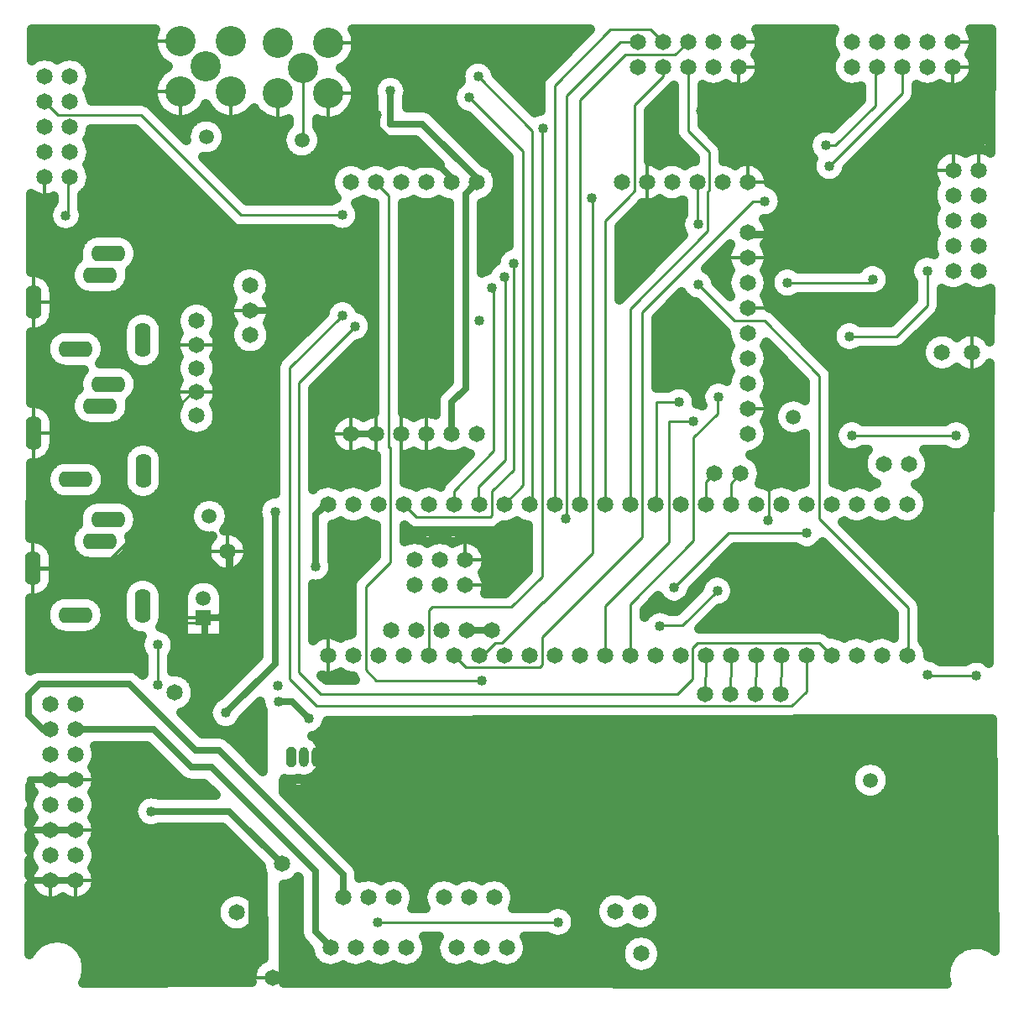
<source format=gbr>
G04 DipTrace 3.3.1.1*
G04 Bottom.gbr*
%MOIN*%
G04 #@! TF.FileFunction,Copper,L2,Bot*
G04 #@! TF.Part,Single*
%AMOUTLINE0*
4,1,8,
-0.019685,-0.029528,
-0.009843,-0.03937,
0.009843,-0.03937,
0.019685,-0.029528,
0.019685,0.029528,
0.009843,0.03937,
-0.009843,0.03937,
-0.019685,0.029528,
-0.019685,-0.029528,
0*%
G04 #@! TA.AperFunction,Conductor*
%ADD14C,0.027559*%
%ADD16C,0.011811*%
%ADD19C,0.01*%
G04 #@! TA.AperFunction,CopperBalancing*
%ADD20C,0.04*%
%ADD21C,0.012992*%
G04 #@! TA.AperFunction,ComponentPad*
%ADD33O,0.062992X0.137795*%
%ADD34O,0.137795X0.062992*%
%ADD35R,0.059055X0.059055*%
%ADD36C,0.059055*%
%ADD37C,0.065*%
%ADD38C,0.12*%
%ADD39C,0.059055*%
%ADD40O,0.03937X0.07874*%
%ADD96OUTLINE0*%
%FSLAX26Y26*%
G04*
G70*
G90*
G75*
G01*
G04 Bottom*
%LPD*%
X930374Y1165164D2*
D14*
X1241434D1*
X1449945Y956654D1*
X1583618Y2137304D2*
Y2343660D1*
X1625934Y2385976D1*
X1632782D1*
X1436673Y1602927D2*
X1490829D1*
X1558268Y1535488D1*
X2124307Y2663585D2*
Y2790092D1*
X2179820Y2845605D1*
Y3619098D1*
X2224307Y3663585D1*
X1227056Y1556417D2*
X1423253Y1752614D1*
Y2355797D1*
X1880710Y4027344D2*
Y3895702D1*
X2008412D1*
X2224307Y3679807D1*
Y3663585D1*
X529993Y1091390D2*
X450988D1*
Y891390D1*
X529993D1*
X1341378Y824403D2*
X1330971D1*
Y533756D1*
X2182782Y1885976D2*
X2282782D1*
X2124307Y3663585D2*
Y3679881D1*
X2070097Y3734091D1*
X1973483D1*
X1827205Y3880369D1*
Y3932814D1*
X3802707Y3454879D2*
X3299058D1*
Y3464675D1*
X2182782Y1871337D2*
D16*
Y1885976D1*
X1824307Y2663585D2*
D14*
X1724307D1*
X450988Y1091390D2*
Y1291390D1*
X529993D1*
Y891390D2*
X629993D1*
X529993Y1091390D2*
X629993D1*
X529993Y1291390D2*
X629993D1*
X1232783Y2198184D2*
X1242715D1*
Y1973912D1*
X1202110Y1933307D1*
X1138903D1*
X1144269D1*
Y1568927D1*
X1111602Y2830861D2*
D19*
X1110134Y2829392D1*
X1094126D1*
X1035455Y2770722D1*
Y2560395D1*
Y2435766D1*
X727169Y2127480D1*
X461720D1*
Y2130322D1*
X727169Y2127480D2*
X1055168D1*
Y1915706D1*
X1138903D1*
Y1933307D1*
X3526504Y2816526D2*
X3384168D1*
Y2322559D1*
X3379789D1*
X1324478Y3155312D2*
D14*
X1561186D1*
Y3218157D1*
X1797186D1*
X1027328Y2560395D2*
D19*
X1035455D1*
X1989820Y1418682D2*
D14*
X2239352D1*
X1412671Y506063D2*
X1981252D1*
X2052526Y577337D1*
Y623143D1*
X2042591D1*
X629993Y1491390D2*
X939546D1*
X1089356Y1341580D1*
X1168966D1*
X1583295Y927251D1*
Y686613D1*
X1646765Y623143D1*
X1642591D1*
X3007990Y2054248D2*
D19*
X3224034Y2270293D1*
X3534906D1*
X3703954Y3052639D2*
X3889668D1*
X4012579Y3175550D1*
Y3311866D1*
X1534213Y4116587D2*
Y3831537D1*
X1529430D1*
X3183525Y2812178D2*
X3179052D1*
Y2746109D1*
X3084915Y2651971D1*
Y2240938D1*
X2832782Y1988806D1*
Y1785976D1*
X3084961Y2715176D2*
X2985677D1*
Y2233650D1*
X2732782Y1980755D1*
Y1785976D1*
X1824307Y3663585D2*
X1821206D1*
X1874965Y3609827D1*
Y2612125D1*
X1881239D1*
Y2155612D1*
X1783226Y2057598D1*
Y1726287D1*
X1824122Y1685391D1*
X2242799D1*
X2195455Y4000289D2*
X2408222Y3787522D1*
Y2461416D1*
X2332782Y2385976D1*
X2229980Y4084080D2*
X2445438Y3868622D1*
Y2385976D1*
X2432782D1*
X4128105Y2659029D2*
X3713619D1*
X2732782Y2385976D2*
Y3511949D1*
X2823606Y3602773D1*
X2822392D1*
X2851916Y3632297D1*
Y3971329D1*
X2963912Y4083324D1*
Y4122690D1*
X3132782Y1785976D2*
Y1699852D1*
X3130026Y1697096D1*
Y1631055D1*
X3532782Y1785976D2*
Y1642546D1*
X3475508Y1585272D1*
X1587486D1*
X1481951Y1690806D1*
Y2927513D1*
X1690277Y3135839D1*
Y3533925D2*
X1286301D1*
X889941Y3930285D1*
X561312D1*
X508434Y3983163D1*
X3632782Y1785976D2*
X3585281Y1833478D1*
X3100282D1*
X3080282Y1813478D1*
Y1691056D1*
X3020787Y1631562D1*
X1602293D1*
X1516979Y1716875D1*
Y2868936D1*
X1740500Y3092457D1*
X3179175Y2041558D2*
X3041251Y1903634D1*
X2951211D1*
Y1901445D1*
X1831001Y726022D2*
X2546230D1*
X3796152Y3279109D2*
Y3265547D1*
X3457576D1*
X3027245Y2790575D2*
X2936046D1*
Y2385976D1*
X2932782D1*
X3932782Y1785976D2*
X3936848D1*
Y1974278D1*
X3584783Y2326343D1*
Y2895920D1*
X3366839Y3113865D1*
X3246633D1*
X3102833Y3257663D1*
Y3496953D2*
X3099058D1*
Y3664675D1*
X2284013Y3244629D2*
X2292192D1*
Y2598017D1*
X2132782Y2438608D1*
Y2385976D1*
X2333471Y3288634D2*
X2338165D1*
Y2562657D1*
X2230892Y2455385D1*
Y2385976D1*
X2232782D1*
X2370660Y3342465D2*
Y2522907D1*
X2285290Y2437537D1*
Y2341210D1*
X2277633Y2333552D1*
X1985206D1*
X1932782Y2385976D1*
X529993Y1491390D2*
D14*
X500077D1*
X443437Y1548030D1*
Y1626756D1*
X486382Y1669701D1*
X844463D1*
X1105640Y1408524D1*
X1199724D1*
X1692591Y915657D1*
Y823143D1*
X2577306Y2328860D2*
D19*
X2580282Y2331836D1*
Y4009215D1*
X2793757Y4222690D1*
X2863913D1*
X2963912D2*
X2915546Y4271056D1*
X2754887D1*
X2532782Y4048951D1*
Y2385976D1*
X2632782D2*
Y3990633D1*
X2812340Y4170190D1*
X3011412D1*
X3063912Y4222690D1*
Y4122690D2*
Y3867878D1*
X3145862Y3785928D1*
Y3631983D1*
X3142154Y3628274D1*
Y3471114D1*
X2832782Y3161743D1*
Y2385976D1*
X4013209Y1708878D2*
Y1703647D1*
X4208438D1*
X2485596Y3876406D2*
X2483982D1*
Y2098194D1*
X2362067Y1976280D1*
X2046562D1*
X2034346Y1964064D1*
Y1956231D1*
X2032782D1*
Y1785976D1*
X3913912Y4122690D2*
X3913196Y4121974D1*
Y4016949D1*
X3623988Y3727741D1*
X3368148Y3589571D2*
X3321276D1*
X2880282Y3148577D1*
Y2255066D1*
X2484052Y1858836D1*
Y1748496D1*
X2474030Y1738474D1*
X2180285D1*
X2132782Y1785976D1*
X3609332Y3810018D2*
X3647045D1*
X3806451Y3969425D1*
Y4045684D1*
X3807238Y4046470D1*
Y4122690D1*
X3813912D1*
X2682127Y3600873D2*
X2682841D1*
Y2192213D1*
X2486663Y1996034D1*
Y1997843D1*
X2323829Y1835009D1*
X2296690D1*
X2232782Y1771101D1*
Y1785976D1*
X3232782D2*
Y1699852D1*
X3230026Y1697096D1*
Y1631055D1*
X3332782Y1785976D2*
Y1699852D1*
X3330026Y1697096D1*
Y1631055D1*
X3432782Y1785976D2*
Y1699852D1*
X3430026Y1697096D1*
Y1631055D1*
X3167522Y2508673D2*
X3132782Y2473933D1*
Y2385976D1*
X3271798Y2507542D2*
X3232782Y2468526D1*
Y2385976D1*
X608434Y3683163D2*
X601814D1*
Y3542661D1*
X591945Y3532793D1*
X956434Y1826605D2*
Y1667668D1*
D20*
X1583618Y2137304D3*
X1558268Y1535488D3*
X1330971Y533756D3*
X1144269Y1568927D3*
X2239352Y1418682D3*
X3007990Y2054248D3*
X3534906Y2270293D3*
X3703954Y3052639D3*
X4012579Y3311866D3*
X2242799Y1685391D3*
X2195455Y4000289D3*
X4128105Y2659029D3*
X3713619D3*
X1690277Y3135839D3*
Y3533925D3*
X1740500Y3092457D3*
X3179175Y2041558D3*
X2951211Y1901445D3*
X1831001Y726022D3*
X2546230D3*
X3457576Y3265547D3*
X3027245Y2790575D3*
X3102833Y3257663D3*
Y3496953D3*
X4208438Y1703647D3*
X3623988Y3727741D3*
X3368148Y3589571D3*
X591945Y3532793D3*
X956434Y1826605D3*
Y1667668D3*
X896003Y1290768D3*
X1432719Y1663315D3*
X1827205Y3932814D3*
X2233972Y3116260D3*
X3066167Y3124436D3*
X3112280Y3948705D3*
X2908677D3*
X1994016Y3131024D3*
X1715664Y2121454D3*
X3298778Y1488957D3*
X4244016Y1381024D3*
X3649052Y2897134D3*
X3899138Y2141963D3*
X2919508Y1999008D3*
X1171293Y2557890D3*
X1333585Y2196202D3*
X3379789Y2322559D3*
X2572738Y4211054D3*
X3488391Y4119993D3*
X3930692Y3801496D3*
X4207571Y1957205D3*
X2343840Y2173013D3*
X3463050Y2088736D3*
X3526504Y2816526D3*
X1797186Y3218157D3*
X1027328Y2560395D3*
X634795Y2637457D3*
X1015287Y3321379D3*
X2884942Y1393411D3*
X3399307Y1170009D3*
X4222227Y1102270D3*
X1989820Y1418682D3*
X1341378Y824403D3*
X1025336Y849564D3*
X3903241Y3193339D3*
X2507484Y4212793D3*
X3802707Y3454879D3*
X930374Y1165164D3*
X1436673Y1602927D3*
X1227056Y1556417D3*
X1423253Y2355797D3*
X1880710Y4027344D3*
X3183525Y2812178D3*
X3084961Y2715176D3*
X2229980Y4084080D3*
X3796152Y3279109D3*
X2284013Y3244629D3*
X2333471Y3288634D3*
X2370660Y3342465D3*
X2577306Y2328860D3*
X4013209Y1708878D3*
X2485596Y3876406D3*
X3609332Y3810018D3*
X2682127Y3600873D3*
X1618911Y1491669D2*
X4268026D1*
X1593146Y1451801D2*
X4268349D1*
X1612236Y1411932D2*
X4268709D1*
X1612846Y1372063D2*
X4269067D1*
X1605740Y1332194D2*
X3714262D1*
X3860021D2*
X4269427D1*
X1548958Y1292325D2*
X3702097D1*
X3872222D2*
X4269785D1*
X1462671Y1252457D2*
X3710888D1*
X3863430D2*
X4270108D1*
X1492131Y1212588D2*
X3756857D1*
X3817462D2*
X4270467D1*
X1531999Y1172719D2*
X4270825D1*
X1571866Y1132850D2*
X4271185D1*
X1611734Y1092982D2*
X4271508D1*
X1651601Y1053113D2*
X4271866D1*
X1691469Y1013244D2*
X4272224D1*
X1731336Y973375D2*
X4272584D1*
X1759469Y933507D2*
X4272907D1*
X1942442Y893638D2*
X2042740D1*
X2342444D2*
X4273265D1*
X1461630Y853769D2*
X1513915D1*
X1974917D2*
X2010265D1*
X2374919D2*
X4273625D1*
X1461522Y813900D2*
X1513915D1*
X1980192D2*
X2004991D1*
X2380193D2*
X2699709D1*
X2948958D2*
X4273983D1*
X1461450Y774031D2*
X1513915D1*
X2603357D2*
X2686430D1*
X2962235D2*
X4274343D1*
X1461343Y734163D2*
X1513915D1*
X2621371D2*
X2693465D1*
X2955238D2*
X4274665D1*
X1461235Y694294D2*
X1513915D1*
X2614409D2*
X2730245D1*
X2918420D2*
X4275024D1*
X1461127Y654425D2*
X1522385D1*
X2024652D2*
X2060539D1*
X2424654D2*
X2808652D1*
X2944436D2*
X4275383D1*
X1461020Y614556D2*
X1554930D1*
X2030251D2*
X2054941D1*
X2430252D2*
X2789777D1*
X2963348D2*
X4129047D1*
X1460912Y574688D2*
X1569858D1*
X2015323D2*
X2069869D1*
X2415324D2*
X2792253D1*
X2960835D2*
X4095029D1*
X1460840Y534819D2*
X2819094D1*
X2934030D2*
X4082182D1*
X1460732Y494950D2*
X4083403D1*
X4091311Y480417D2*
X4088395Y490438D1*
X4086593Y499444D1*
X4085484Y508560D1*
X4085075Y517736D1*
X4085367Y526915D1*
X4086361Y536046D1*
X4088049Y545073D1*
X4090421Y553945D1*
X4093465Y562610D1*
X4097160Y571018D1*
X4101488Y579118D1*
X4106423Y586865D1*
X4111934Y594211D1*
X4117991Y601115D1*
X4124558Y607537D1*
X4131594Y613437D1*
X4139063Y618783D1*
X4146917Y623543D1*
X4155113Y627689D1*
X4163600Y631196D1*
X4172332Y634045D1*
X4181255Y636219D1*
X4190318Y637705D1*
X4199469Y638493D1*
X4208652Y638580D1*
X4217815Y637966D1*
X4226906Y636654D1*
X4235867Y634651D1*
X4244652Y631969D1*
X4253205Y628623D1*
X4261478Y624634D1*
X4269421Y620025D1*
X4279755Y612593D1*
X4271667Y1531512D1*
X3487118Y1529881D1*
X3479949Y1528846D1*
X3457135Y1528672D1*
X2775787Y1528416D1*
X1629255Y1526054D1*
X1627890Y1518773D1*
X1624417Y1508088D1*
X1619316Y1498077D1*
X1612713Y1488987D1*
X1604768Y1481043D1*
X1595678Y1474438D1*
X1585668Y1469339D1*
X1574983Y1465866D1*
X1571644Y1465202D1*
X1579458Y1460265D1*
X1587963Y1453000D1*
X1595228Y1444495D1*
X1601073Y1434957D1*
X1605354Y1424623D1*
X1607965Y1413745D1*
X1608843Y1402594D1*
X1608623Y1357631D1*
X1606873Y1346583D1*
X1603416Y1335945D1*
X1598339Y1325978D1*
X1591764Y1316929D1*
X1583853Y1309018D1*
X1574804Y1302444D1*
X1564837Y1297366D1*
X1554199Y1293909D1*
X1543151Y1292159D1*
X1531965D1*
X1520916Y1293909D1*
X1515845Y1295340D1*
X1509446Y1293365D1*
X1501449Y1292098D1*
X1477715Y1291940D1*
X1469643Y1292575D1*
X1461755Y1294470D1*
X1458745Y1288395D1*
X1458627Y1242068D1*
X1738822Y961888D1*
X1745484Y954087D1*
X1750844Y945339D1*
X1754770Y935861D1*
X1757165Y925885D1*
X1757970Y915657D1*
Y899761D1*
X1766602Y903127D1*
X1772958Y904920D1*
X1779434Y906207D1*
X1785992Y906984D1*
X1792591Y907243D1*
X1799189Y906984D1*
X1805747Y906207D1*
X1812223Y904920D1*
X1818579Y903127D1*
X1824774Y900841D1*
X1830772Y898076D1*
X1836533Y894850D1*
X1842571Y890751D1*
X1848648Y894850D1*
X1854409Y898076D1*
X1860407Y900841D1*
X1866602Y903127D1*
X1872958Y904920D1*
X1879434Y906207D1*
X1885992Y906984D1*
X1892591Y907243D1*
X1899189Y906984D1*
X1905747Y906207D1*
X1912223Y904920D1*
X1918579Y903127D1*
X1924774Y900841D1*
X1930772Y898076D1*
X1936533Y894850D1*
X1942024Y891181D1*
X1947209Y887093D1*
X1952058Y882610D1*
X1956541Y877761D1*
X1960629Y872576D1*
X1964298Y867085D1*
X1967524Y861324D1*
X1970289Y855327D1*
X1972575Y849131D1*
X1974367Y842776D1*
X1975655Y836299D1*
X1976432Y829741D1*
X1976690Y823143D1*
X1976432Y816545D1*
X1975655Y809987D1*
X1974367Y803510D1*
X1972575Y797155D1*
X1970289Y790959D1*
X1966226Y782644D1*
X2018927Y782622D1*
X2014892Y790959D1*
X2012606Y797155D1*
X2010814Y803510D1*
X2009526Y809987D1*
X2008749Y816545D1*
X2008491Y823143D1*
X2008749Y829741D1*
X2009526Y836299D1*
X2010814Y842776D1*
X2012606Y849131D1*
X2014892Y855327D1*
X2017657Y861324D1*
X2020883Y867085D1*
X2024552Y872576D1*
X2028640Y877761D1*
X2033123Y882610D1*
X2037972Y887093D1*
X2043157Y891181D1*
X2048648Y894850D1*
X2054409Y898076D1*
X2060407Y900841D1*
X2066602Y903127D1*
X2072958Y904920D1*
X2079434Y906207D1*
X2085992Y906984D1*
X2092591Y907243D1*
X2099189Y906984D1*
X2105747Y906207D1*
X2112223Y904920D1*
X2118579Y903127D1*
X2124774Y900841D1*
X2130772Y898076D1*
X2136533Y894850D1*
X2142571Y890751D1*
X2148648Y894850D1*
X2154409Y898076D1*
X2160407Y900841D1*
X2166602Y903127D1*
X2172958Y904920D1*
X2179434Y906207D1*
X2185992Y906984D1*
X2192591Y907243D1*
X2199189Y906984D1*
X2205747Y906207D1*
X2212223Y904920D1*
X2218579Y903127D1*
X2224774Y900841D1*
X2230772Y898076D1*
X2236533Y894850D1*
X2242571Y890751D1*
X2248648Y894850D1*
X2254409Y898076D1*
X2260407Y900841D1*
X2266602Y903127D1*
X2272958Y904920D1*
X2279434Y906207D1*
X2285992Y906984D1*
X2292591Y907243D1*
X2299189Y906984D1*
X2305747Y906207D1*
X2312223Y904920D1*
X2318579Y903127D1*
X2324774Y900841D1*
X2330772Y898076D1*
X2336533Y894850D1*
X2342024Y891181D1*
X2347209Y887093D1*
X2352058Y882610D1*
X2356541Y877761D1*
X2360629Y872576D1*
X2364298Y867085D1*
X2367524Y861324D1*
X2370289Y855327D1*
X2372575Y849131D1*
X2374367Y842776D1*
X2375655Y836299D1*
X2376432Y829741D1*
X2376690Y823143D1*
X2376432Y816545D1*
X2375655Y809987D1*
X2374367Y803510D1*
X2372575Y797155D1*
X2370289Y790959D1*
X2366226Y782644D1*
X2502358Y782622D1*
X2508819Y787071D1*
X2518829Y792172D1*
X2529514Y795644D1*
X2540612Y797402D1*
X2551848D1*
X2562945Y795644D1*
X2573630Y792172D1*
X2583640Y787071D1*
X2592730Y780467D1*
X2600675Y772522D1*
X2607278Y763433D1*
X2612379Y753423D1*
X2615852Y742738D1*
X2617609Y731640D1*
Y720404D1*
X2615852Y709307D1*
X2612379Y698622D1*
X2607278Y688612D1*
X2600675Y679522D1*
X2592730Y671577D1*
X2583640Y664974D1*
X2573630Y659873D1*
X2562945Y656400D1*
X2551848Y654643D1*
X2540612D1*
X2529514Y656400D1*
X2518829Y659873D1*
X2508819Y664974D1*
X2502471Y669416D1*
X2412777Y669423D1*
X2417524Y661324D1*
X2420289Y655327D1*
X2422575Y649131D1*
X2424367Y642776D1*
X2425655Y636299D1*
X2426432Y629741D1*
X2426690Y623143D1*
X2426432Y616545D1*
X2425655Y609987D1*
X2424367Y603510D1*
X2422575Y597155D1*
X2420289Y590959D1*
X2417524Y584962D1*
X2414298Y579201D1*
X2410629Y573710D1*
X2406541Y568525D1*
X2402058Y563676D1*
X2397209Y559193D1*
X2392024Y555105D1*
X2386533Y551436D1*
X2380772Y548210D1*
X2374774Y545445D1*
X2368579Y543159D1*
X2362223Y541366D1*
X2355747Y540079D1*
X2349189Y539302D1*
X2342591Y539043D1*
X2335992Y539302D1*
X2329434Y540079D1*
X2322958Y541366D1*
X2316602Y543159D1*
X2310407Y545445D1*
X2304409Y548210D1*
X2298648Y551436D1*
X2292610Y555535D1*
X2286533Y551436D1*
X2280772Y548210D1*
X2274774Y545445D1*
X2268579Y543159D1*
X2262223Y541366D1*
X2255747Y540079D1*
X2249189Y539302D1*
X2242591Y539043D1*
X2235992Y539302D1*
X2229434Y540079D1*
X2222958Y541366D1*
X2216602Y543159D1*
X2210407Y545445D1*
X2204409Y548210D1*
X2198648Y551436D1*
X2192610Y555535D1*
X2186533Y551436D1*
X2180772Y548210D1*
X2174774Y545445D1*
X2168579Y543159D1*
X2162223Y541366D1*
X2155747Y540079D1*
X2149189Y539302D1*
X2142591Y539043D1*
X2135992Y539302D1*
X2129434Y540079D1*
X2122958Y541366D1*
X2116602Y543159D1*
X2110407Y545445D1*
X2104409Y548210D1*
X2098648Y551436D1*
X2093157Y555105D1*
X2087972Y559193D1*
X2083123Y563676D1*
X2078640Y568525D1*
X2074552Y573710D1*
X2070883Y579201D1*
X2067657Y584962D1*
X2064892Y590959D1*
X2062606Y597155D1*
X2060814Y603510D1*
X2059526Y609987D1*
X2058749Y616545D1*
X2058491Y623143D1*
X2058749Y629741D1*
X2059526Y636299D1*
X2060814Y642776D1*
X2062606Y649131D1*
X2064892Y655327D1*
X2067657Y661324D1*
X2072446Y669423D1*
X2012811D1*
X2017524Y661324D1*
X2020289Y655327D1*
X2022575Y649131D1*
X2024367Y642776D1*
X2025655Y636299D1*
X2026432Y629741D1*
X2026690Y623143D1*
X2026432Y616545D1*
X2025655Y609987D1*
X2024367Y603510D1*
X2022575Y597155D1*
X2020289Y590959D1*
X2017524Y584962D1*
X2014298Y579201D1*
X2010629Y573710D1*
X2006541Y568525D1*
X2002058Y563676D1*
X1997209Y559193D1*
X1992024Y555105D1*
X1986533Y551436D1*
X1980772Y548210D1*
X1974774Y545445D1*
X1968579Y543159D1*
X1962223Y541366D1*
X1955747Y540079D1*
X1949189Y539302D1*
X1942591Y539043D1*
X1935992Y539302D1*
X1929434Y540079D1*
X1922958Y541366D1*
X1916602Y543159D1*
X1910407Y545445D1*
X1904409Y548210D1*
X1898648Y551436D1*
X1892610Y555535D1*
X1886533Y551436D1*
X1880772Y548210D1*
X1874774Y545445D1*
X1868579Y543159D1*
X1862223Y541366D1*
X1855747Y540079D1*
X1849189Y539302D1*
X1842591Y539043D1*
X1835992Y539302D1*
X1829434Y540079D1*
X1822958Y541366D1*
X1816602Y543159D1*
X1810407Y545445D1*
X1804409Y548210D1*
X1798648Y551436D1*
X1792610Y555535D1*
X1786533Y551436D1*
X1780772Y548210D1*
X1774774Y545445D1*
X1768579Y543159D1*
X1762223Y541366D1*
X1755747Y540079D1*
X1749189Y539302D1*
X1742591Y539043D1*
X1735992Y539302D1*
X1729434Y540079D1*
X1722958Y541366D1*
X1716602Y543159D1*
X1710407Y545445D1*
X1704409Y548210D1*
X1698648Y551436D1*
X1692610Y555535D1*
X1686533Y551436D1*
X1680772Y548210D1*
X1674774Y545445D1*
X1668579Y543159D1*
X1662223Y541366D1*
X1655747Y540079D1*
X1649189Y539302D1*
X1642591Y539043D1*
X1635992Y539302D1*
X1629434Y540079D1*
X1622958Y541366D1*
X1616602Y543159D1*
X1610407Y545445D1*
X1604409Y548210D1*
X1598648Y551436D1*
X1593157Y555105D1*
X1587972Y559193D1*
X1583123Y563676D1*
X1578640Y568525D1*
X1574552Y573710D1*
X1570883Y579201D1*
X1567657Y584962D1*
X1564892Y590959D1*
X1562606Y597155D1*
X1560814Y603510D1*
X1559526Y609987D1*
X1558661Y618787D1*
X1533580Y644152D1*
X1527550Y652451D1*
X1522892Y661593D1*
X1519722Y671350D1*
X1518117Y681483D1*
X1517916Y704986D1*
Y900160D1*
X1514862Y903223D1*
X1509412Y897186D1*
X1504563Y892703D1*
X1499378Y888615D1*
X1493887Y884946D1*
X1488126Y881720D1*
X1482129Y878955D1*
X1475933Y876669D1*
X1469577Y874877D1*
X1463101Y873589D1*
X1457696Y872949D1*
X1456694Y484484D1*
X4091276Y480442D1*
X2960392Y593138D2*
X2959615Y586580D1*
X2958328Y580104D1*
X2956535Y573748D1*
X2954249Y567552D1*
X2951484Y561555D1*
X2948259Y555794D1*
X2944589Y550303D1*
X2940501Y545118D1*
X2936018Y540269D1*
X2931169Y535786D1*
X2925984Y531698D1*
X2920493Y528029D1*
X2914732Y524803D1*
X2908735Y522038D1*
X2902539Y519752D1*
X2896184Y517959D1*
X2889707Y516672D1*
X2883150Y515895D1*
X2876551Y515636D1*
X2869953Y515895D1*
X2863395Y516672D1*
X2856919Y517959D1*
X2850563Y519752D1*
X2844367Y522038D1*
X2838370Y524803D1*
X2832609Y528029D1*
X2827118Y531698D1*
X2821933Y535786D1*
X2817084Y540269D1*
X2812601Y545118D1*
X2808513Y550303D1*
X2804844Y555794D1*
X2801618Y561555D1*
X2798853Y567552D1*
X2796567Y573748D1*
X2794774Y580104D1*
X2793487Y586580D1*
X2792710Y593138D1*
X2792451Y599736D1*
X2792710Y606335D1*
X2793487Y612892D1*
X2794774Y619369D1*
X2796567Y625724D1*
X2798853Y631920D1*
X2801618Y637917D1*
X2804844Y643678D1*
X2808513Y649169D1*
X2812601Y654354D1*
X2817084Y659203D1*
X2821933Y663686D1*
X2827118Y667774D1*
X2832609Y671444D1*
X2838370Y674669D1*
X2844367Y677434D1*
X2850563Y679720D1*
X2856919Y681513D1*
X2863395Y682801D1*
X2869953Y683577D1*
X2876551Y683836D1*
X2883150Y683577D1*
X2889707Y682801D1*
X2896184Y681513D1*
X2902539Y679720D1*
X2908735Y677434D1*
X2914732Y674669D1*
X2920493Y671444D1*
X2925984Y667774D1*
X2931169Y663686D1*
X2936018Y659203D1*
X2940501Y654354D1*
X2944589Y649169D1*
X2948259Y643678D1*
X2951484Y637917D1*
X2954249Y631920D1*
X2956535Y625724D1*
X2958328Y619369D1*
X2959615Y612892D1*
X2960392Y606335D1*
X2960651Y599736D1*
X2960392Y593138D1*
X2824318Y700625D2*
X2818280Y696525D1*
X2812518Y693299D1*
X2806521Y690534D1*
X2800325Y688248D1*
X2793970Y686455D1*
X2787493Y685168D1*
X2780936Y684391D1*
X2774337Y684133D1*
X2767739Y684391D1*
X2761181Y685168D1*
X2754705Y686455D1*
X2748349Y688248D1*
X2742154Y690534D1*
X2736156Y693299D1*
X2730395Y696525D1*
X2724904Y700194D1*
X2719719Y704282D1*
X2714870Y708765D1*
X2710387Y713614D1*
X2706299Y718799D1*
X2702630Y724290D1*
X2699404Y730051D1*
X2696639Y736049D1*
X2694353Y742244D1*
X2692560Y748600D1*
X2691273Y755076D1*
X2690496Y761634D1*
X2690238Y768232D1*
X2690496Y774831D1*
X2691273Y781388D1*
X2692560Y787865D1*
X2694353Y794220D1*
X2696639Y800416D1*
X2699404Y806413D1*
X2702630Y812175D1*
X2706299Y817665D1*
X2710387Y822850D1*
X2714870Y827699D1*
X2719719Y832182D1*
X2724904Y836270D1*
X2730395Y839940D1*
X2736156Y843165D1*
X2742154Y845930D1*
X2748349Y848217D1*
X2754705Y850009D1*
X2761181Y851297D1*
X2767739Y852073D1*
X2774337Y852332D1*
X2780936Y852073D1*
X2787493Y851297D1*
X2793970Y850009D1*
X2800325Y848217D1*
X2806521Y845930D1*
X2812518Y843165D1*
X2818280Y839940D1*
X2824318Y835840D1*
X2830395Y839940D1*
X2836156Y843165D1*
X2842154Y845930D1*
X2848349Y848217D1*
X2854705Y850009D1*
X2861181Y851297D1*
X2867739Y852073D1*
X2874337Y852332D1*
X2880936Y852073D1*
X2887493Y851297D1*
X2893970Y850009D1*
X2900325Y848217D1*
X2906521Y845930D1*
X2912518Y843165D1*
X2918280Y839940D1*
X2923770Y836270D1*
X2928955Y832182D1*
X2933804Y827699D1*
X2938287Y822850D1*
X2942375Y817665D1*
X2946045Y812175D1*
X2949270Y806413D1*
X2952035Y800416D1*
X2954322Y794220D1*
X2956114Y787865D1*
X2957402Y781388D1*
X2958178Y774831D1*
X2958437Y768232D1*
X2958178Y761634D1*
X2957402Y755076D1*
X2956114Y748600D1*
X2954322Y742244D1*
X2952035Y736049D1*
X2949270Y730051D1*
X2946045Y724290D1*
X2942375Y718799D1*
X2938287Y713614D1*
X2933804Y708765D1*
X2928955Y704282D1*
X2923770Y700194D1*
X2918280Y696525D1*
X2912518Y693299D1*
X2906521Y690534D1*
X2900325Y688248D1*
X2893970Y686455D1*
X2887493Y685168D1*
X2880936Y684391D1*
X2874337Y684133D1*
X2867739Y684391D1*
X2861181Y685168D1*
X2854705Y686455D1*
X2848349Y688248D1*
X2842154Y690534D1*
X2836156Y693299D1*
X2830395Y696525D1*
X2824357Y700625D1*
X3868035Y1282967D2*
X3867287Y1276640D1*
X3866045Y1270392D1*
X3864315Y1264262D1*
X3862110Y1258286D1*
X3859444Y1252501D1*
X3856331Y1246942D1*
X3852793Y1241646D1*
X3848848Y1236644D1*
X3844525Y1231966D1*
X3839846Y1227642D1*
X3834844Y1223698D1*
X3829547Y1220159D1*
X3823990Y1217047D1*
X3818205Y1214379D1*
X3812228Y1212175D1*
X3806097Y1210446D1*
X3799849Y1209203D1*
X3793524Y1208454D1*
X3787159Y1208205D1*
X3780793Y1208454D1*
X3774467Y1209203D1*
X3768219Y1210446D1*
X3762089Y1212175D1*
X3756113Y1214379D1*
X3750327Y1217047D1*
X3744769Y1220159D1*
X3739472Y1223698D1*
X3734470Y1227642D1*
X3729793Y1231966D1*
X3725469Y1236644D1*
X3721525Y1241646D1*
X3717986Y1246942D1*
X3714873Y1252501D1*
X3712206Y1258286D1*
X3710001Y1264262D1*
X3708273Y1270392D1*
X3707030Y1276640D1*
X3706281Y1282967D1*
X3706031Y1289332D1*
X3706281Y1295697D1*
X3707030Y1302024D1*
X3708273Y1308270D1*
X3710001Y1314402D1*
X3712206Y1320378D1*
X3714873Y1326163D1*
X3717986Y1331720D1*
X3721525Y1337017D1*
X3725469Y1342020D1*
X3729793Y1346698D1*
X3734470Y1351022D1*
X3739472Y1354966D1*
X3744769Y1358504D1*
X3750327Y1361617D1*
X3756113Y1364283D1*
X3762089Y1366488D1*
X3768219Y1368218D1*
X3774467Y1369461D1*
X3780793Y1370210D1*
X3787159Y1370459D1*
X3793524Y1370210D1*
X3799849Y1369461D1*
X3806097Y1368218D1*
X3812228Y1366488D1*
X3818205Y1364283D1*
X3823990Y1361617D1*
X3829547Y1358504D1*
X3834844Y1354966D1*
X3839846Y1351022D1*
X3844525Y1346698D1*
X3848848Y1342020D1*
X3852793Y1337017D1*
X3856331Y1331720D1*
X3859444Y1326163D1*
X3862110Y1320378D1*
X3864315Y1314402D1*
X3866045Y1308270D1*
X3867287Y1302024D1*
X3868035Y1295697D1*
X3868286Y1289332D1*
X3868035Y1282967D1*
X460472Y4232249D2*
X932675D1*
X1748715D2*
X2632042D1*
X3351483D2*
X3626357D1*
X4201471D2*
X4262226D1*
X460365Y4192381D2*
X936587D1*
X1747172D2*
X2592176D1*
X3346350D2*
X3631453D1*
X4196375D2*
X4262081D1*
X660025Y4152512D2*
X957399D1*
X1729589D2*
X2204913D1*
X2255041D2*
X2552308D1*
X3346530D2*
X3631273D1*
X4196555D2*
X4261938D1*
X691209Y4112643D2*
X977387D1*
X1695033D2*
X2160308D1*
X2299646D2*
X2512441D1*
X3351411D2*
X3626429D1*
X4201399D2*
X4261795D1*
X695873Y4072774D2*
X944014D1*
X1734648D2*
X1821383D1*
X1940050D2*
X2155285D1*
X2325339D2*
X2477454D1*
X3335585D2*
X3642218D1*
X4185610D2*
X4261651D1*
X680264Y4032906D2*
X932747D1*
X1748608D2*
X1805343D1*
X1956091D2*
X2127726D1*
X2365206D2*
X2472178D1*
X3124514D2*
X3745852D1*
X3973786D2*
X4261508D1*
X695945Y3993037D2*
X936407D1*
X1747316D2*
X1811336D1*
X1950097D2*
X2120227D1*
X2405073D2*
X2472178D1*
X2957654D2*
X3003301D1*
X3124514D2*
X3745852D1*
X3968510D2*
X4261364D1*
X1730055Y3953168D2*
X1811336D1*
X2043576D2*
X2137559D1*
X2444940D2*
X2472178D1*
X2917786D2*
X3003301D1*
X3124514D2*
X3706164D1*
X3933453D2*
X4261220D1*
X990984Y3913299D2*
X1023570D1*
X1072227D2*
X1102874D1*
X1196314D2*
X1223588D1*
X1272245D2*
X1387938D1*
X1680463D2*
X1811336D1*
X2087282D2*
X2198419D1*
X2912512D2*
X3003301D1*
X3124514D2*
X3666297D1*
X3893585D2*
X4261077D1*
X695980Y3873430D2*
X862736D1*
X1030852D2*
X1069861D1*
X1229328D2*
X1455974D1*
X1602917D2*
X1815247D1*
X2127150D2*
X2238285D1*
X2912512D2*
X3003301D1*
X3142421D2*
X3572101D1*
X3853718D2*
X4260933D1*
X680336Y3833562D2*
X902604D1*
X1233992D2*
X1444312D1*
X1614545D2*
X1856370D1*
X2167017D2*
X2278152D1*
X2912512D2*
X3014891D1*
X3182289D2*
X3537723D1*
X3813850D2*
X4260825D1*
X695873Y3793693D2*
X942471D1*
X1216983D2*
X1453677D1*
X1605178D2*
X2013974D1*
X2206885D2*
X2318020D1*
X2912512D2*
X3054041D1*
X3205936D2*
X3535606D1*
X3773983D2*
X4090915D1*
X4141472D2*
X4190924D1*
X691244Y3753824D2*
X982375D1*
X1150454D2*
X1502157D1*
X1556735D2*
X2053841D1*
X2246752D2*
X2347625D1*
X2912512D2*
X3085260D1*
X3206475D2*
X3553298D1*
X3734115D2*
X4039062D1*
X690706Y3713955D2*
X1022241D1*
X1190322D2*
X1652942D1*
X2295661D2*
X2347625D1*
X3371219D2*
X3549744D1*
X3698231D2*
X4028117D1*
X696052Y3674087D2*
X1062109D1*
X1230189D2*
X1636866D1*
X2311738D2*
X2347625D1*
X3386613D2*
X3572567D1*
X3675409D2*
X4037303D1*
X680837Y3634218D2*
X1101976D1*
X1270056D2*
X1641496D1*
X2307109D2*
X2347625D1*
X3428131D2*
X4030988D1*
X458858Y3594349D2*
X541214D1*
X662429D2*
X1141844D1*
X1309924D2*
X1647846D1*
X2276033D2*
X2347625D1*
X3443597D2*
X4030055D1*
X458786Y3554480D2*
X519720D1*
X664188D2*
X1181711D1*
X1762853D2*
X1814349D1*
X1935564D2*
X2110430D1*
X2249192D2*
X2347625D1*
X2859366D2*
X3038467D1*
X3434554D2*
X4039420D1*
X458678Y3514612D2*
X518680D1*
X665192D2*
X1221579D1*
X1763213D2*
X1814349D1*
X1935564D2*
X2110430D1*
X2249192D2*
X2347625D1*
X2819500D2*
X3029459D1*
X3370717D2*
X4028117D1*
X458571Y3474743D2*
X546024D1*
X637849D2*
X1645982D1*
X1734577D2*
X1814349D1*
X1935564D2*
X2110430D1*
X2249192D2*
X2347625D1*
X2793375D2*
X3030752D1*
X3386541D2*
X4036980D1*
X458463Y3434874D2*
X655327D1*
X864780D2*
X1814349D1*
X1935564D2*
X2110430D1*
X2249192D2*
X2347625D1*
X2793375D2*
X3021853D1*
X3381697D2*
X4031167D1*
X458391Y3395005D2*
X636739D1*
X883367D2*
X1814349D1*
X1935564D2*
X2110430D1*
X2249192D2*
X2318020D1*
X2793375D2*
X2981986D1*
X3381482D2*
X4029911D1*
X458283Y3355136D2*
X628808D1*
X880390D2*
X1814349D1*
X1935564D2*
X2110430D1*
X2249192D2*
X2296202D1*
X2793375D2*
X2942118D1*
X3170878D2*
X3211500D1*
X3386613D2*
X3951539D1*
X458176Y3315268D2*
X605591D1*
X852185D2*
X1260370D1*
X1384203D2*
X1814349D1*
X1935564D2*
X2110430D1*
X2793375D2*
X2902251D1*
X3149346D2*
X3227003D1*
X3371112D2*
X3402046D1*
X3861934D2*
X3937043D1*
X532134Y3275399D2*
X605411D1*
X849709D2*
X1236865D1*
X1407707D2*
X1814349D1*
X1935564D2*
X2110430D1*
X2793375D2*
X2862383D1*
X3176188D2*
X3211644D1*
X3871660D2*
X3946946D1*
X548928Y3235530D2*
X628161D1*
X826993D2*
X1236291D1*
X1408282D2*
X1814349D1*
X1935564D2*
X2110430D1*
X2793375D2*
X2822516D1*
X3856948D2*
X3951971D1*
X4154463D2*
X4177933D1*
X549681Y3195661D2*
X1091068D1*
X1132154D2*
X1246698D1*
X1402253D2*
X1646950D1*
X1733608D2*
X1814349D1*
X1935564D2*
X2110430D1*
X3011408D2*
X3063012D1*
X3381231D2*
X3438001D1*
X3477148D2*
X3948634D1*
X4073185D2*
X4258529D1*
X549681Y3155793D2*
X876301D1*
X920113D2*
X1035089D1*
X1188133D2*
X1236364D1*
X1412588D2*
X1617525D1*
X1777888D2*
X1814349D1*
X1935564D2*
X2110430D1*
X2971541D2*
X3120642D1*
X3408861D2*
X3908766D1*
X4069633D2*
X4258386D1*
X542576Y3115924D2*
X822080D1*
X974335D2*
X1023534D1*
X1199651D2*
X1246159D1*
X1402791D2*
X1586306D1*
X1935564D2*
X2110430D1*
X2940895D2*
X3160545D1*
X3448836D2*
X3666476D1*
X3741436D2*
X3868899D1*
X4037014D2*
X4258241D1*
X505400Y3076055D2*
X550400D1*
X709975D2*
X811135D1*
X985280D2*
X1032146D1*
X1191039D2*
X1238516D1*
X1410434D2*
X1546438D1*
X1935564D2*
X2110430D1*
X2940895D2*
X3200412D1*
X3488703D2*
X3632278D1*
X3997110D2*
X4258098D1*
X457495Y3036186D2*
X512902D1*
X747510D2*
X811100D1*
X985315D2*
X1025256D1*
X1197929D2*
X1239054D1*
X1409896D2*
X1506571D1*
X1788762D2*
X1814349D1*
X1935564D2*
X2110430D1*
X2940895D2*
X3215915D1*
X3528571D2*
X3630269D1*
X3957243D2*
X3998764D1*
X457387Y2996318D2*
X505904D1*
X754472D2*
X811207D1*
X985243D2*
X1026656D1*
X1196566D2*
X1262451D1*
X1386500D2*
X1466703D1*
X1728404D2*
X1814349D1*
X1935564D2*
X2110430D1*
X2940895D2*
X3217134D1*
X3568438D2*
X3655747D1*
X3899290D2*
X3984194D1*
X457280Y2956449D2*
X519541D1*
X740871D2*
X823336D1*
X973079D2*
X1029598D1*
X1193587D2*
X1429312D1*
X1688538D2*
X1814349D1*
X1935564D2*
X2110430D1*
X2940895D2*
X3211357D1*
X3386757D2*
X3440226D1*
X3608306D2*
X3990115D1*
X457172Y2916580D2*
X656976D1*
X864564D2*
X1023929D1*
X1199293D2*
X1421346D1*
X1648671D2*
X1814349D1*
X1935564D2*
X2110430D1*
X2940895D2*
X3226070D1*
X3372045D2*
X3480093D1*
X3641462D2*
X4024062D1*
X4119799D2*
X4142193D1*
X457100Y2876711D2*
X637635D1*
X883907D2*
X1037098D1*
X1186087D2*
X1421346D1*
X1608803D2*
X1814349D1*
X1935564D2*
X2110430D1*
X2940895D2*
X3148524D1*
X3386290D2*
X3519961D1*
X3645374D2*
X4257417D1*
X456992Y2836843D2*
X630673D1*
X881466D2*
X1023714D1*
X1199472D2*
X1421346D1*
X1577584D2*
X1814349D1*
X1935564D2*
X2074581D1*
X3085904D2*
X3112316D1*
X3382415D2*
X3524196D1*
X3645374D2*
X4257273D1*
X456885Y2796974D2*
X606559D1*
X854302D2*
X1030639D1*
X1192583D2*
X1421346D1*
X1577584D2*
X1814349D1*
X1935564D2*
X2055276D1*
X3380692D2*
X3428528D1*
X3645374D2*
X4257130D1*
X531990Y2757105D2*
X605878D1*
X850677D2*
X1026010D1*
X1197211D2*
X1421346D1*
X1577584D2*
X1814349D1*
X1935564D2*
X2054917D1*
X3645374D2*
X4256986D1*
X549466Y2717236D2*
X627768D1*
X828789D2*
X1025794D1*
X1197391D2*
X1421346D1*
X1577584D2*
X1655526D1*
X3372510D2*
X3397991D1*
X3645374D2*
X3667911D1*
X3759306D2*
X4082409D1*
X4173804D2*
X4256843D1*
X550399Y2677367D2*
X1048043D1*
X1175143D2*
X1421346D1*
X1577584D2*
X1637333D1*
X3386182D2*
X3418085D1*
X4201328D2*
X4256699D1*
X550399Y2637499D2*
X882975D1*
X914874D2*
X1421346D1*
X1577584D2*
X1640348D1*
X3382630D2*
X3524196D1*
X4200395D2*
X4256555D1*
X543760Y2597630D2*
X823444D1*
X974407D2*
X1421346D1*
X1577584D2*
X1668122D1*
X3353815D2*
X3524196D1*
X3645374D2*
X3672791D1*
X4008163D2*
X4087255D1*
X4168924D2*
X4256412D1*
X508092Y2557761D2*
X553307D1*
X708541D2*
X811853D1*
X985997D2*
X1421346D1*
X1577584D2*
X1820630D1*
X1941844D2*
X2167881D1*
X3343265D2*
X3524196D1*
X3645374D2*
X3752239D1*
X4027003D2*
X4256269D1*
X456202Y2517892D2*
X514122D1*
X747726D2*
X811818D1*
X986033D2*
X1421346D1*
X1577584D2*
X1820630D1*
X1941844D2*
X2128013D1*
X3359269D2*
X3524196D1*
X3645374D2*
X3756402D1*
X4024454D2*
X4256125D1*
X456094Y2478024D2*
X506550D1*
X755261D2*
X811853D1*
X985997D2*
X1421346D1*
X1577584D2*
X1820630D1*
X1941844D2*
X2088146D1*
X3354533D2*
X3524196D1*
X3645374D2*
X3786402D1*
X3997577D2*
X4255982D1*
X455987Y2438155D2*
X519541D1*
X742272D2*
X823408D1*
X974442D2*
X1421346D1*
X4002744D2*
X4255837D1*
X455916Y2398286D2*
X679656D1*
X838764D2*
X882581D1*
X915269D2*
X1104381D1*
X1219424D2*
X1361635D1*
X4019969D2*
X4255694D1*
X455808Y2358417D2*
X641941D1*
X876442D2*
X1079585D1*
X1244256D2*
X1347711D1*
X4016238D2*
X4255551D1*
X455701Y2318549D2*
X634908D1*
X883476D2*
X1078975D1*
X1244829D2*
X1353883D1*
X3987028D2*
X4255407D1*
X455593Y2278680D2*
X612625D1*
X869948D2*
X1101833D1*
X1261156D2*
X1353883D1*
X1653012D2*
X1820630D1*
X1941844D2*
X1967324D1*
X2295518D2*
X2423377D1*
X3716496D2*
X4255264D1*
X508738Y2238811D2*
X602218D1*
X851215D2*
X1155157D1*
X1310425D2*
X1353883D1*
X1653012D2*
X1820630D1*
X2219050D2*
X2423377D1*
X3756364D2*
X4255121D1*
X542719Y2198942D2*
X612193D1*
X841240D2*
X1144678D1*
X1320867D2*
X1353883D1*
X1653012D2*
X1820630D1*
X2258630D2*
X2423377D1*
X3236724D2*
X3524949D1*
X3544902D2*
X3628152D1*
X3796231D2*
X4254976D1*
X548820Y2159073D2*
X660601D1*
X792832D2*
X1154332D1*
X1311251D2*
X1353883D1*
X1655811D2*
X1800642D1*
X2266596D2*
X2423377D1*
X3196857D2*
X3668018D1*
X3836098D2*
X4254833D1*
X548820Y2119205D2*
X1199869D1*
X1265678D2*
X1353883D1*
X1656887D2*
X1760774D1*
X2254395D2*
X2420936D1*
X3156990D2*
X3707886D1*
X3875966D2*
X4254689D1*
X547707Y2079336D2*
X837259D1*
X957469D2*
X1089597D1*
X1188240D2*
X1353883D1*
X1629651D2*
X1726971D1*
X2265089D2*
X2381068D1*
X3244009D2*
X3747753D1*
X3915833D2*
X4254581D1*
X529335Y2039467D2*
X813073D1*
X981655D2*
X1058556D1*
X1219244D2*
X1353883D1*
X1577584D2*
X1722630D1*
X2263331D2*
X2341201D1*
X3254739D2*
X3787621D1*
X3955701D2*
X4254438D1*
X454911Y1999598D2*
X524672D1*
X734018D2*
X810274D1*
X984454D2*
X1053785D1*
X1224017D2*
X1353883D1*
X1577584D2*
X1722630D1*
X2927618D2*
X2957727D1*
X3241175D2*
X3827488D1*
X3991476D2*
X4254295D1*
X454803Y1959730D2*
X506012D1*
X752642D2*
X810274D1*
X984454D2*
X1053785D1*
X1224017D2*
X1353883D1*
X1577584D2*
X1722630D1*
X3181391D2*
X3867356D1*
X3997433D2*
X4254151D1*
X454696Y1919861D2*
X508991D1*
X749699D2*
X813612D1*
X981081D2*
X1053785D1*
X1224017D2*
X1353883D1*
X1577584D2*
X1722630D1*
X3141524D2*
X3876255D1*
X3997433D2*
X4254008D1*
X454623Y1879992D2*
X537123D1*
X721567D2*
X839448D1*
X1008138D2*
X1053785D1*
X1224017D2*
X1353883D1*
X1577584D2*
X1722630D1*
X3621547D2*
X3876255D1*
X3997433D2*
X4253865D1*
X454516Y1840123D2*
X882114D1*
X1030744D2*
X1353883D1*
X4001130D2*
X4253720D1*
X454408Y1800255D2*
X885846D1*
X1027013D2*
X1353883D1*
X4019646D2*
X4253577D1*
X454301Y1760386D2*
X895822D1*
X1017037D2*
X1334577D1*
X4066941D2*
X4160781D1*
X1037419Y1720517D2*
X1294711D1*
X1100360Y1680648D2*
X1254844D1*
X1112560Y1640780D2*
X1214940D1*
X1104558Y1600911D2*
X1166963D1*
X1064907Y1561042D2*
X1151605D1*
X1328152D2*
X1370175D1*
X1089451Y1521173D2*
X1160719D1*
X1293381D2*
X1370247D1*
X1129319Y1481304D2*
X1370319D1*
X1263274Y1441436D2*
X1370391D1*
X717475Y1401567D2*
X932891D1*
X1303142D2*
X1370462D1*
X712667Y1361698D2*
X972794D1*
X1343009D2*
X1370534D1*
X712381Y1321829D2*
X1012661D1*
X717547Y1281961D2*
X1058521D1*
X702117Y1242092D2*
X1171987D1*
X717404Y1202223D2*
X865105D1*
X712919Y1162354D2*
X854843D1*
X712129Y1122486D2*
X868873D1*
X717619Y1082617D2*
X1227535D1*
X702584Y1042748D2*
X1267403D1*
X717297Y1002879D2*
X1307270D1*
X713169Y963010D2*
X1347138D1*
X711878Y923142D2*
X1368811D1*
X717690Y883273D2*
X1371430D1*
X703050Y843404D2*
X1237512D1*
X1303535D2*
X1371503D1*
X451933Y803535D2*
X1192046D1*
X1349001D2*
X1371575D1*
X451825Y763667D2*
X1182429D1*
X451718Y723798D2*
X1192907D1*
X1348140D2*
X1371718D1*
X451646Y683929D2*
X1242283D1*
X1298727D2*
X1371790D1*
X451538Y644060D2*
X485235D1*
X624823D2*
X1371862D1*
X662717Y604192D2*
X1371933D1*
X677357Y564323D2*
X1348034D1*
X677644Y524454D2*
X1326612D1*
X674806Y534378D2*
X673756Y525255D1*
X672010Y516238D1*
X669581Y507381D1*
X666483Y498735D1*
X662734Y490350D1*
X660287Y485841D1*
X1330382Y488656D1*
X1328829Y499465D1*
X1328571Y506063D1*
X1328829Y512661D1*
X1329606Y519219D1*
X1330894Y525696D1*
X1332686Y532051D1*
X1334972Y538247D1*
X1337738Y544244D1*
X1340963Y550005D1*
X1344633Y555496D1*
X1348720Y560681D1*
X1353203Y565530D1*
X1358052Y570013D1*
X1363238Y574101D1*
X1368728Y577770D1*
X1375966Y581677D1*
X1375364Y917769D1*
X1372247Y924470D1*
X1369961Y930665D1*
X1368168Y937021D1*
X1366374Y947776D1*
X1214349Y1099789D1*
X959564Y1099785D1*
X952500Y1097068D1*
X941575Y1094446D1*
X930374Y1093564D1*
X919173Y1094446D1*
X908248Y1097068D1*
X897869Y1101367D1*
X888289Y1107239D1*
X879745Y1114535D1*
X872449Y1123079D1*
X866577Y1132659D1*
X862278Y1143038D1*
X859656Y1153963D1*
X858774Y1165164D1*
X859656Y1176365D1*
X862278Y1187290D1*
X866577Y1197669D1*
X872449Y1207249D1*
X879745Y1215793D1*
X888289Y1223089D1*
X897869Y1228961D1*
X908248Y1233260D1*
X919173Y1235882D1*
X930374Y1236764D1*
X941575Y1235882D1*
X952500Y1233260D1*
X959429Y1230551D1*
X1187556Y1230543D1*
X1141866Y1276219D1*
X1089356Y1276201D1*
X1079129Y1277005D1*
X1069152Y1279400D1*
X1059675Y1283327D1*
X1050927Y1288686D1*
X1043112Y1295365D1*
X912475Y1426000D1*
X706622Y1426010D1*
X709978Y1417378D1*
X711770Y1411022D1*
X713058Y1404546D1*
X713835Y1397988D1*
X714093Y1391390D1*
X713835Y1384791D1*
X713058Y1378234D1*
X711770Y1371757D1*
X709978Y1365402D1*
X707692Y1359206D1*
X704927Y1353209D1*
X701701Y1347448D1*
X697601Y1341409D1*
X702230Y1334457D1*
X706493Y1326325D1*
X709846Y1317777D1*
X712247Y1308915D1*
X713668Y1299844D1*
X714093Y1291390D1*
X713592Y1282222D1*
X712094Y1273163D1*
X709618Y1264322D1*
X706193Y1255802D1*
X701860Y1247707D1*
X697613Y1241390D1*
X701701Y1235332D1*
X704927Y1229571D1*
X707692Y1223573D1*
X709978Y1217378D1*
X711770Y1211022D1*
X713058Y1204546D1*
X713835Y1197988D1*
X714093Y1191390D1*
X713835Y1184791D1*
X713058Y1178234D1*
X711770Y1171757D1*
X709978Y1165402D1*
X707692Y1159206D1*
X704927Y1153209D1*
X701701Y1147448D1*
X697601Y1141409D1*
X702230Y1134457D1*
X706493Y1126325D1*
X709846Y1117777D1*
X712247Y1108915D1*
X713668Y1099844D1*
X714093Y1091390D1*
X713592Y1082222D1*
X712094Y1073163D1*
X709618Y1064322D1*
X706193Y1055802D1*
X701860Y1047707D1*
X697613Y1041390D1*
X701701Y1035332D1*
X704927Y1029571D1*
X707692Y1023573D1*
X709978Y1017378D1*
X711770Y1011022D1*
X713058Y1004546D1*
X713835Y997988D1*
X714093Y991390D1*
X713835Y984791D1*
X713058Y978234D1*
X711770Y971757D1*
X709978Y965402D1*
X707692Y959206D1*
X704927Y953209D1*
X701701Y947448D1*
X697601Y941409D1*
X702230Y934457D1*
X706493Y926325D1*
X709846Y917777D1*
X712247Y908915D1*
X713668Y899844D1*
X714093Y891390D1*
X713592Y882222D1*
X712094Y873163D1*
X709618Y864322D1*
X706193Y855802D1*
X701860Y847707D1*
X696669Y840134D1*
X690684Y833171D1*
X683975Y826902D1*
X676623Y821400D1*
X668717Y816735D1*
X660346Y812958D1*
X651615Y810117D1*
X642627Y808244D1*
X633487Y807362D1*
X624307Y807482D1*
X615193Y808602D1*
X606256Y810709D1*
X597602Y813778D1*
X589335Y817772D1*
X581551Y822642D1*
X579999Y823765D1*
X571940Y818497D1*
X563744Y814360D1*
X555144Y811139D1*
X546247Y808875D1*
X537155Y807596D1*
X527976Y807314D1*
X518823Y808035D1*
X509803Y809749D1*
X501024Y812437D1*
X492589Y816066D1*
X484601Y820592D1*
X477154Y825962D1*
X470336Y832113D1*
X464230Y838970D1*
X458907Y846451D1*
X454432Y854469D1*
X450857Y862927D1*
X448226Y871723D1*
X448063Y856383D1*
X447419Y596978D1*
X451311Y604175D1*
X456245Y611921D1*
X461757Y619268D1*
X467814Y626172D1*
X474381Y632593D1*
X481417Y638493D1*
X488886Y643840D1*
X496740Y648600D1*
X504936Y652745D1*
X513423Y656252D1*
X522155Y659101D1*
X531077Y661276D1*
X540140Y662761D1*
X549291Y663550D1*
X558475Y663636D1*
X567638Y663022D1*
X576728Y661710D1*
X585690Y659707D1*
X594475Y657025D1*
X603028Y653680D1*
X611301Y649690D1*
X619244Y645081D1*
X626812Y639879D1*
X633962Y634113D1*
X640648Y627818D1*
X646836Y621031D1*
X652487Y613790D1*
X657567Y606140D1*
X662049Y598123D1*
X665904Y589787D1*
X669113Y581182D1*
X671654Y572357D1*
X673513Y563364D1*
X674680Y554253D1*
X675157Y543555D1*
X674806Y534378D1*
X454163Y3307000D2*
X462336Y3307432D1*
X471505Y3306951D1*
X480566Y3305462D1*
X489406Y3302983D1*
X497919Y3299542D1*
X506000Y3295185D1*
X513552Y3289962D1*
X520480Y3283937D1*
X526703Y3277185D1*
X532142Y3269787D1*
X536732Y3261836D1*
X540416Y3253427D1*
X543151Y3244661D1*
X544902Y3235647D1*
X545647Y3226496D1*
X545593Y3145860D1*
X544681Y3136723D1*
X542768Y3127743D1*
X539874Y3119029D1*
X536037Y3110688D1*
X531302Y3102822D1*
X525730Y3095524D1*
X519386Y3088887D1*
X512348Y3082990D1*
X504702Y3077906D1*
X496543Y3073694D1*
X487969Y3070411D1*
X479084Y3068093D1*
X469999Y3066769D1*
X460823Y3066455D1*
X453570Y3066928D1*
X452867Y2787413D1*
X463052Y2788049D1*
X472222Y2787568D1*
X481282Y2786079D1*
X490122Y2783600D1*
X498635Y2780159D1*
X506717Y2775802D1*
X514269Y2770579D1*
X521197Y2764554D1*
X527420Y2757802D1*
X532858Y2750404D1*
X537449Y2742453D1*
X541133Y2734043D1*
X543867Y2725278D1*
X545618Y2716264D1*
X546364Y2707113D1*
X546310Y2626476D1*
X545398Y2617340D1*
X543484Y2608360D1*
X540591Y2599646D1*
X536753Y2591304D1*
X532018Y2583438D1*
X526446Y2576140D1*
X520102Y2569504D1*
X513064Y2563606D1*
X505419Y2558522D1*
X497260Y2554311D1*
X488685Y2551028D1*
X479801Y2548710D1*
X470715Y2547386D1*
X461539Y2547072D1*
X452277Y2547789D1*
X451531Y2250156D1*
X459640Y2250793D1*
X468819Y2250516D1*
X477909Y2249227D1*
X486802Y2246944D1*
X495390Y2243693D1*
X503566Y2239514D1*
X511230Y2234459D1*
X518291Y2228589D1*
X524660Y2221978D1*
X530262Y2214702D1*
X535026Y2206853D1*
X538896Y2198526D1*
X541823Y2189824D1*
X543773Y2180852D1*
X544720Y2171719D1*
X544816Y2132815D1*
X544634Y2087412D1*
X543520Y2078298D1*
X541408Y2069364D1*
X538322Y2060715D1*
X534302Y2052461D1*
X529395Y2044699D1*
X523661Y2037529D1*
X517172Y2031033D1*
X510007Y2025293D1*
X502251Y2020378D1*
X494000Y2016349D1*
X485354Y2013256D1*
X476421Y2011135D1*
X467308Y2010012D1*
X458127Y2009902D1*
X450930Y2010529D1*
X450223Y1724168D1*
X456701Y1727954D1*
X466178Y1731881D1*
X476155Y1734276D1*
X486382Y1735080D1*
X849593Y1734879D1*
X859726Y1733274D1*
X869483Y1730104D1*
X878625Y1725446D1*
X886924Y1719416D1*
X897824Y1708801D1*
X899828Y1711427D1*
X899835Y1782748D1*
X895386Y1789194D1*
X890285Y1799205D1*
X886812Y1809890D1*
X885055Y1820987D1*
Y1832223D1*
X886812Y1843320D1*
X890285Y1854005D1*
X893272Y1860241D1*
X884356Y1861159D1*
X877955Y1862432D1*
X871676Y1864203D1*
X865555Y1866462D1*
X859630Y1869193D1*
X853937Y1872382D1*
X848512Y1876007D1*
X843387Y1880046D1*
X838597Y1884475D1*
X834168Y1889265D1*
X830129Y1894390D1*
X826504Y1899815D1*
X823315Y1905508D1*
X820584Y1911433D1*
X818325Y1917554D1*
X816554Y1923833D1*
X815281Y1930234D1*
X814514Y1936713D1*
X814259Y1952419D1*
Y2018035D1*
X814514Y2024555D1*
X815281Y2031034D1*
X816554Y2037434D1*
X818325Y2043714D1*
X820584Y2049835D1*
X823315Y2055760D1*
X826504Y2061453D1*
X830129Y2066878D1*
X834168Y2072003D1*
X838597Y2076793D1*
X843387Y2081222D1*
X848512Y2085261D1*
X853937Y2088886D1*
X859630Y2092075D1*
X865555Y2094806D1*
X871676Y2097064D1*
X877955Y2098836D1*
X884356Y2100109D1*
X890835Y2100875D1*
X897354Y2101131D1*
X903874Y2100875D1*
X910353Y2100109D1*
X916753Y2098836D1*
X923033Y2097064D1*
X929154Y2094806D1*
X935079Y2092075D1*
X940772Y2088886D1*
X946197Y2085261D1*
X951322Y2081222D1*
X956112Y2076793D1*
X960541Y2072003D1*
X964580Y2066878D1*
X968205Y2061453D1*
X971394Y2055760D1*
X974125Y2049835D1*
X976383Y2043714D1*
X978155Y2037434D1*
X979428Y2031034D1*
X980194Y2024555D1*
X980450Y2008849D1*
X980415Y1943232D1*
X980194Y1936713D1*
X979428Y1930234D1*
X978155Y1923833D1*
X976383Y1917554D1*
X974125Y1911433D1*
X971394Y1905508D1*
X966634Y1897462D1*
X973150Y1896227D1*
X983835Y1892755D1*
X993845Y1887654D1*
X1002934Y1881050D1*
X1010879Y1873105D1*
X1017483Y1864016D1*
X1022584Y1854005D1*
X1026056Y1843320D1*
X1027814Y1832223D1*
Y1820987D1*
X1026056Y1809890D1*
X1022584Y1799205D1*
X1017483Y1789194D1*
X1013041Y1782846D1*
X1013034Y1720209D1*
X1024552Y1720986D1*
X1031151Y1720727D1*
X1037709Y1719950D1*
X1044185Y1718663D1*
X1050541Y1716870D1*
X1056736Y1714584D1*
X1062734Y1711819D1*
X1068495Y1708593D1*
X1073986Y1704924D1*
X1079171Y1700836D1*
X1084020Y1696353D1*
X1088503Y1691504D1*
X1092591Y1686319D1*
X1096260Y1680828D1*
X1099486Y1675067D1*
X1102251Y1669070D1*
X1104537Y1662874D1*
X1106329Y1656518D1*
X1107617Y1650042D1*
X1108394Y1643484D1*
X1108652Y1636886D1*
X1108394Y1630287D1*
X1107617Y1623730D1*
X1106329Y1617253D1*
X1104537Y1610898D1*
X1102251Y1604702D1*
X1099486Y1598705D1*
X1096260Y1592944D1*
X1092591Y1587453D1*
X1088503Y1582268D1*
X1084020Y1577419D1*
X1079171Y1572936D1*
X1073986Y1568848D1*
X1068495Y1565178D1*
X1062734Y1561953D1*
X1056736Y1559188D1*
X1049920Y1556727D1*
X1132736Y1473888D1*
X1204854Y1473702D1*
X1214987Y1472097D1*
X1224744Y1468927D1*
X1233886Y1464269D1*
X1242185Y1458239D1*
X1258946Y1441762D1*
X1374626Y1326083D1*
X1374165Y1567990D1*
X1370524Y1575526D1*
X1367051Y1586211D1*
X1365294Y1597308D1*
X1365109Y1602026D1*
X1293921Y1530822D1*
X1290853Y1523912D1*
X1284982Y1514332D1*
X1277685Y1505789D1*
X1269142Y1498492D1*
X1259562Y1492621D1*
X1249182Y1488322D1*
X1238257Y1485699D1*
X1227056Y1484818D1*
X1215856Y1485699D1*
X1204930Y1488322D1*
X1194551Y1492621D1*
X1184971Y1498492D1*
X1176428Y1505789D1*
X1169131Y1514332D1*
X1163260Y1523912D1*
X1158961Y1534291D1*
X1156339Y1545217D1*
X1155457Y1556417D1*
X1156339Y1567618D1*
X1158961Y1578543D1*
X1163260Y1588923D1*
X1169131Y1598503D1*
X1176428Y1607046D1*
X1184971Y1614343D1*
X1194551Y1620214D1*
X1201366Y1623198D1*
X1357860Y1779681D1*
X1357874Y2326581D1*
X1355157Y2333671D1*
X1352535Y2344596D1*
X1351654Y2355797D1*
X1352535Y2366997D1*
X1355157Y2377923D1*
X1359457Y2388302D1*
X1365328Y2397882D1*
X1372625Y2406425D1*
X1381168Y2413722D1*
X1390748Y2419593D1*
X1401127Y2423892D1*
X1412052Y2426514D1*
X1423253Y2427396D1*
X1425339Y2427315D1*
X1425526Y2931954D1*
X1426915Y2940726D1*
X1429660Y2949173D1*
X1433692Y2957087D1*
X1438912Y2964272D1*
X1454921Y2980526D1*
X1619268Y3144874D1*
X1620655Y3152554D1*
X1624127Y3163239D1*
X1629228Y3173249D1*
X1635832Y3182339D1*
X1643777Y3190283D1*
X1652866Y3196887D1*
X1662877Y3201988D1*
X1673562Y3205461D1*
X1684659Y3207218D1*
X1695895D1*
X1706992Y3205461D1*
X1717677Y3201988D1*
X1727688Y3196887D1*
X1736777Y3190283D1*
X1744722Y3182339D1*
X1751325Y3173249D1*
X1756427Y3163239D1*
X1756815Y3162188D1*
X1762626Y3160552D1*
X1773005Y3156253D1*
X1782585Y3150382D1*
X1791129Y3143085D1*
X1798425Y3134542D1*
X1804297Y3124962D1*
X1808596Y3114583D1*
X1811218Y3103657D1*
X1812100Y3092457D1*
X1811218Y3081256D1*
X1808596Y3070331D1*
X1804297Y3059951D1*
X1798425Y3050371D1*
X1791129Y3041828D1*
X1782585Y3034531D1*
X1773005Y3028660D1*
X1762626Y3024361D1*
X1751701Y3021739D1*
X1749585Y3021488D1*
X1573597Y2845509D1*
X1573579Y2445681D1*
X1578164Y2449927D1*
X1583349Y2454014D1*
X1588840Y2457684D1*
X1594601Y2460909D1*
X1600598Y2463675D1*
X1606794Y2465961D1*
X1613150Y2467753D1*
X1619626Y2469041D1*
X1626184Y2469818D1*
X1632782Y2470076D1*
X1639381Y2469818D1*
X1645938Y2469041D1*
X1652415Y2467753D1*
X1658770Y2465961D1*
X1664966Y2463675D1*
X1670963Y2460909D1*
X1676724Y2457684D1*
X1682762Y2453584D1*
X1688840Y2457684D1*
X1694601Y2460909D1*
X1700598Y2463675D1*
X1706794Y2465961D1*
X1713150Y2467753D1*
X1719626Y2469041D1*
X1726184Y2469818D1*
X1732782Y2470076D1*
X1739381Y2469818D1*
X1745938Y2469041D1*
X1752415Y2467753D1*
X1758770Y2465961D1*
X1764966Y2463675D1*
X1770963Y2460909D1*
X1776724Y2457684D1*
X1782762Y2453584D1*
X1788840Y2457684D1*
X1794601Y2460909D1*
X1800598Y2463675D1*
X1806794Y2465961D1*
X1813150Y2467753D1*
X1824621Y2469633D1*
X1824639Y2579512D1*
X1816789Y2579822D1*
X1807702Y2581140D1*
X1798814Y2583442D1*
X1790228Y2586699D1*
X1782050Y2590873D1*
X1774312Y2595961D1*
X1766253Y2590693D1*
X1758058Y2586555D1*
X1749458Y2583335D1*
X1740560Y2581071D1*
X1731469Y2579791D1*
X1722290Y2579509D1*
X1713136Y2580231D1*
X1704117Y2581945D1*
X1695337Y2584633D1*
X1686903Y2588261D1*
X1678915Y2592787D1*
X1671467Y2598157D1*
X1664650Y2604308D1*
X1658543Y2611165D1*
X1653220Y2618647D1*
X1648745Y2626664D1*
X1645171Y2635122D1*
X1642539Y2643919D1*
X1640882Y2652949D1*
X1640220Y2662108D1*
X1640560Y2671282D1*
X1641899Y2680366D1*
X1644219Y2689251D1*
X1647493Y2697828D1*
X1651685Y2705997D1*
X1656741Y2713661D1*
X1662602Y2720728D1*
X1669199Y2727115D1*
X1676454Y2732744D1*
X1684278Y2737549D1*
X1692580Y2741471D1*
X1701260Y2744466D1*
X1710214Y2746496D1*
X1719337Y2747538D1*
X1728518Y2747580D1*
X1737650Y2746621D1*
X1746622Y2744671D1*
X1755329Y2741755D1*
X1763665Y2737907D1*
X1771533Y2733173D1*
X1774301Y2731209D1*
X1781087Y2735730D1*
X1789209Y2740010D1*
X1797749Y2743382D1*
X1806606Y2745802D1*
X1815675Y2747241D1*
X1818370Y2747470D1*
X1818365Y3579671D1*
X1811151Y3580521D1*
X1804675Y3581808D1*
X1798319Y3583601D1*
X1792123Y3585887D1*
X1786126Y3588652D1*
X1780365Y3591878D1*
X1774327Y3595978D1*
X1768249Y3591878D1*
X1762488Y3588652D1*
X1756491Y3585887D1*
X1750295Y3583601D1*
X1743560Y3581734D1*
X1748202Y3576010D1*
X1754073Y3566430D1*
X1758373Y3556051D1*
X1760995Y3545126D1*
X1761877Y3533925D1*
X1760995Y3522724D1*
X1758373Y3511799D1*
X1754073Y3501420D1*
X1748202Y3491840D1*
X1740906Y3483297D1*
X1732362Y3476000D1*
X1722782Y3470129D1*
X1712403Y3465829D1*
X1701478Y3463207D1*
X1690277Y3462325D1*
X1679076Y3463207D1*
X1668151Y3465829D1*
X1657772Y3470129D1*
X1648192Y3476000D1*
X1646518Y3477319D1*
X1281860Y3477500D1*
X1273088Y3478888D1*
X1264640Y3481634D1*
X1256727Y3485665D1*
X1249542Y3490886D1*
X1233287Y3506895D1*
X866507Y3873675D1*
X691969Y3873685D1*
X690211Y3863529D1*
X688419Y3857173D1*
X686133Y3850978D1*
X683367Y3844980D1*
X680142Y3839219D1*
X676042Y3833181D1*
X680142Y3827104D1*
X683367Y3821343D1*
X686133Y3815345D1*
X688419Y3809150D1*
X690211Y3802794D1*
X691499Y3796318D1*
X692276Y3789760D1*
X692534Y3783161D1*
X692276Y3776563D1*
X691499Y3770005D1*
X690211Y3763529D1*
X688419Y3757173D1*
X686133Y3750978D1*
X683367Y3744980D1*
X680142Y3739219D1*
X676042Y3733181D1*
X680142Y3727105D1*
X683367Y3721344D1*
X686133Y3715346D1*
X688419Y3709151D1*
X690211Y3702795D1*
X691499Y3696319D1*
X692276Y3689761D1*
X692534Y3683163D1*
X692276Y3676564D1*
X691499Y3670007D1*
X690211Y3663530D1*
X688419Y3657175D1*
X686133Y3650979D1*
X683367Y3644982D1*
X680142Y3639220D1*
X676472Y3633730D1*
X672385Y3628545D1*
X667902Y3623696D1*
X663052Y3619213D1*
X658415Y3615555D1*
X658413Y3559398D1*
X661567Y3549508D1*
X663324Y3538411D1*
Y3527175D1*
X661567Y3516077D1*
X658094Y3505392D1*
X652993Y3495382D1*
X646390Y3486293D1*
X638445Y3478348D1*
X629356Y3471744D1*
X619345Y3466643D1*
X608660Y3463171D1*
X597563Y3461413D1*
X586327D1*
X575230Y3463171D1*
X564545Y3466643D1*
X554534Y3471744D1*
X545445Y3478348D1*
X537500Y3486293D1*
X530896Y3495382D1*
X525795Y3505392D1*
X522323Y3516077D1*
X520566Y3527175D1*
Y3538411D1*
X522323Y3549508D1*
X525795Y3560193D1*
X530896Y3570203D1*
X537500Y3579293D1*
X545202Y3587014D1*
X545214Y3607504D1*
X537067Y3604087D1*
X528276Y3601437D1*
X519248Y3599761D1*
X510092Y3599079D1*
X500916Y3599399D1*
X491829Y3600718D1*
X482941Y3603020D1*
X474356Y3606277D1*
X466177Y3610450D1*
X458503Y3615490D1*
X454936Y3618280D1*
X454160Y3307014D1*
X641689Y3362505D2*
X640580Y3368080D1*
X639814Y3374559D1*
X639558Y3381079D1*
X639814Y3387598D1*
X640580Y3394077D1*
X641853Y3400478D1*
X643625Y3406757D1*
X645883Y3412878D1*
X648614Y3418803D1*
X651803Y3424496D1*
X655428Y3429921D1*
X659467Y3435046D1*
X663896Y3439836D1*
X668686Y3444265D1*
X673811Y3448304D1*
X679236Y3451929D1*
X684929Y3455118D1*
X690854Y3457849D1*
X696975Y3460108D1*
X703255Y3461879D1*
X709655Y3463152D1*
X716134Y3463919D1*
X731840Y3464175D1*
X797457D1*
X803976Y3463919D1*
X810455Y3463152D1*
X816856Y3461879D1*
X823135Y3460108D1*
X829256Y3457849D1*
X835181Y3455118D1*
X840874Y3451929D1*
X846299Y3448304D1*
X851424Y3444265D1*
X856214Y3439836D1*
X860643Y3435046D1*
X864682Y3429921D1*
X868307Y3424496D1*
X871496Y3418803D1*
X874227Y3412878D1*
X876486Y3406757D1*
X878257Y3400478D1*
X879530Y3394077D1*
X880297Y3387598D1*
X880552Y3381079D1*
X880297Y3374559D1*
X879530Y3368080D1*
X878257Y3361680D1*
X876486Y3355400D1*
X874227Y3349280D1*
X871496Y3343354D1*
X868307Y3337661D1*
X864682Y3332236D1*
X860643Y3327112D1*
X856214Y3322322D1*
X851424Y3317892D1*
X845982Y3313640D1*
X847814Y3301545D1*
X848070Y3295025D1*
X847814Y3288505D1*
X847047Y3282026D1*
X845774Y3275626D1*
X844003Y3269346D1*
X841744Y3263226D1*
X839013Y3257301D1*
X835824Y3251608D1*
X832199Y3246182D1*
X828160Y3241058D1*
X823731Y3236268D1*
X818941Y3231839D1*
X813816Y3227799D1*
X808391Y3224175D1*
X802698Y3220986D1*
X796773Y3218255D1*
X790652Y3215996D1*
X784373Y3214224D1*
X777972Y3212951D1*
X771493Y3212185D1*
X755787Y3211929D1*
X690171D1*
X683651Y3212185D1*
X677172Y3212951D1*
X670772Y3214224D1*
X664492Y3215996D1*
X658371Y3218255D1*
X652446Y3220986D1*
X646753Y3224175D1*
X641328Y3227799D1*
X636203Y3231839D1*
X631413Y3236268D1*
X626984Y3241058D1*
X622945Y3246182D1*
X619320Y3251608D1*
X616131Y3257301D1*
X613400Y3263226D1*
X611142Y3269346D1*
X609370Y3275626D1*
X608097Y3282026D1*
X607331Y3288505D1*
X607075Y3295025D1*
X607331Y3301545D1*
X608097Y3308024D1*
X609370Y3314424D1*
X611142Y3320703D1*
X613400Y3326824D1*
X616131Y3332749D1*
X619320Y3338442D1*
X622945Y3343867D1*
X626984Y3348992D1*
X631413Y3353782D1*
X636203Y3358211D1*
X641646Y3362463D1*
X592822Y2919262D2*
X586277Y2919517D1*
X579798Y2920283D1*
X573398Y2921556D1*
X567118Y2923328D1*
X560997Y2925587D1*
X555072Y2928318D1*
X549379Y2931507D1*
X543954Y2935131D1*
X538829Y2939171D1*
X534039Y2943600D1*
X529610Y2948390D1*
X525571Y2953514D1*
X521946Y2958940D1*
X518757Y2964633D1*
X516026Y2970558D1*
X513768Y2976678D1*
X511996Y2982958D1*
X510723Y2989358D1*
X509957Y2995837D1*
X509701Y3002357D1*
X509957Y3008877D1*
X510723Y3015356D1*
X511996Y3021756D1*
X513768Y3028035D1*
X516026Y3034156D1*
X518757Y3040081D1*
X521946Y3045774D1*
X525571Y3051199D1*
X529610Y3056324D1*
X534039Y3061114D1*
X538829Y3065543D1*
X543954Y3069583D1*
X549379Y3073207D1*
X555072Y3076396D1*
X560997Y3079127D1*
X567118Y3081386D1*
X573398Y3083157D1*
X579798Y3084430D1*
X586277Y3085197D1*
X601983Y3085453D1*
X667600D1*
X674119Y3085197D1*
X680598Y3084430D1*
X686999Y3083157D1*
X693278Y3081386D1*
X699399Y3079127D1*
X705324Y3076396D1*
X711017Y3073207D1*
X716442Y3069583D1*
X721567Y3065543D1*
X726357Y3061114D1*
X730786Y3056324D1*
X734825Y3051199D1*
X738450Y3045774D1*
X741639Y3040081D1*
X744370Y3034156D1*
X746629Y3028035D1*
X748400Y3021756D1*
X749673Y3015356D1*
X750440Y3008877D1*
X750696Y3002357D1*
X750440Y2995837D1*
X749673Y2989358D1*
X748400Y2982958D1*
X746629Y2976678D1*
X744370Y2970558D1*
X741639Y2964633D1*
X738450Y2958940D1*
X734825Y2953514D1*
X727448Y2944778D1*
X798173Y2944791D1*
X804693Y2944535D1*
X811172Y2943769D1*
X817572Y2942496D1*
X823852Y2940724D1*
X829972Y2938466D1*
X835898Y2935735D1*
X841591Y2932546D1*
X847016Y2928921D1*
X852140Y2924882D1*
X856930Y2920453D1*
X861360Y2915663D1*
X865399Y2910538D1*
X869024Y2905113D1*
X872213Y2899420D1*
X874944Y2893495D1*
X877202Y2887374D1*
X878974Y2881094D1*
X880247Y2874694D1*
X881013Y2868215D1*
X881269Y2861696D1*
X881013Y2855176D1*
X880247Y2848697D1*
X878974Y2842297D1*
X877202Y2836017D1*
X874944Y2829896D1*
X872213Y2823971D1*
X869024Y2818278D1*
X865399Y2812853D1*
X861360Y2807728D1*
X856930Y2802938D1*
X852140Y2798509D1*
X846698Y2794257D1*
X848530Y2782161D1*
X848786Y2775642D1*
X848530Y2769122D1*
X847764Y2762643D1*
X846491Y2756243D1*
X844719Y2749963D1*
X842461Y2743843D1*
X839730Y2737917D1*
X836541Y2732224D1*
X832916Y2726799D1*
X828877Y2721675D1*
X824448Y2716885D1*
X819657Y2712455D1*
X814533Y2708416D1*
X809108Y2704791D1*
X803415Y2701602D1*
X797490Y2698871D1*
X791369Y2696613D1*
X785089Y2694841D1*
X778689Y2693568D1*
X772210Y2692802D1*
X756504Y2692546D1*
X690887D1*
X684367Y2692802D1*
X677888Y2693568D1*
X671488Y2694841D1*
X665209Y2696613D1*
X659088Y2698871D1*
X653163Y2701602D1*
X647470Y2704791D1*
X642045Y2708416D1*
X636920Y2712455D1*
X632130Y2716885D1*
X627701Y2721675D1*
X623661Y2726799D1*
X620037Y2732224D1*
X616848Y2737917D1*
X614117Y2743843D1*
X611858Y2749963D1*
X610087Y2756243D1*
X608814Y2762643D1*
X608047Y2769122D1*
X607791Y2775642D1*
X608047Y2782161D1*
X608814Y2788640D1*
X610087Y2795041D1*
X611858Y2801320D1*
X614117Y2807441D1*
X616848Y2813366D1*
X620037Y2819059D1*
X623661Y2824484D1*
X627701Y2829609D1*
X632130Y2834399D1*
X636920Y2838828D1*
X642362Y2843080D1*
X640530Y2855176D1*
X640274Y2861696D1*
X640530Y2868215D1*
X641297Y2874694D1*
X642570Y2881094D1*
X644341Y2887374D1*
X646600Y2893495D1*
X649331Y2899420D1*
X652520Y2905113D1*
X656144Y2910538D1*
X663522Y2919274D1*
X592797Y2919297D1*
X815118Y3074623D2*
X815373Y3081168D1*
X816139Y3087647D1*
X817412Y3094047D1*
X819184Y3100327D1*
X821442Y3106448D1*
X824173Y3112373D1*
X827362Y3118066D1*
X830987Y3123491D1*
X835026Y3128615D1*
X839455Y3133406D1*
X844245Y3137835D1*
X849370Y3141874D1*
X854795Y3145499D1*
X860488Y3148688D1*
X866413Y3151419D1*
X872534Y3153677D1*
X878814Y3155449D1*
X885214Y3156722D1*
X891693Y3157488D1*
X898213Y3157744D1*
X904732Y3157488D1*
X911211Y3156722D1*
X917612Y3155449D1*
X923891Y3153677D1*
X930012Y3151419D1*
X935937Y3148688D1*
X941630Y3145499D1*
X947055Y3141874D1*
X952180Y3137835D1*
X956970Y3133406D1*
X961399Y3128615D1*
X965438Y3123491D1*
X969063Y3118066D1*
X972252Y3112373D1*
X974983Y3106448D1*
X977241Y3100327D1*
X979013Y3094047D1*
X980286Y3087647D1*
X981052Y3081168D1*
X981308Y3065462D1*
X981273Y2999845D1*
X981052Y2993325D1*
X980286Y2986846D1*
X979013Y2980446D1*
X977241Y2974167D1*
X974983Y2968046D1*
X972252Y2962121D1*
X969063Y2956428D1*
X965438Y2951003D1*
X961399Y2945878D1*
X956970Y2941088D1*
X952180Y2936659D1*
X947055Y2932619D1*
X941630Y2928995D1*
X935937Y2925806D1*
X930012Y2923075D1*
X923891Y2920816D1*
X917612Y2919045D1*
X911211Y2917772D1*
X904732Y2917005D1*
X898213Y2916749D1*
X891693Y2917005D1*
X885214Y2917772D1*
X878814Y2919045D1*
X872534Y2920816D1*
X866413Y2923075D1*
X860488Y2925806D1*
X854795Y2928995D1*
X849370Y2932619D1*
X844245Y2936659D1*
X839455Y2941088D1*
X835026Y2945878D1*
X830987Y2951003D1*
X827362Y2956428D1*
X824173Y2962121D1*
X821442Y2968046D1*
X819184Y2974167D1*
X817412Y2980446D1*
X816139Y2986846D1*
X815373Y2993325D1*
X815117Y3009031D1*
Y3074479D1*
X593538Y2399879D2*
X586993Y2400134D1*
X580514Y2400900D1*
X574114Y2402173D1*
X567835Y2403945D1*
X561714Y2406203D1*
X555789Y2408934D1*
X550096Y2412123D1*
X544671Y2415748D1*
X539546Y2419787D1*
X534756Y2424217D1*
X530327Y2429007D1*
X526287Y2434131D1*
X522663Y2439556D1*
X519474Y2445249D1*
X516743Y2451175D1*
X514484Y2457295D1*
X512713Y2463575D1*
X511440Y2469975D1*
X510673Y2476454D1*
X510417Y2482974D1*
X510673Y2489493D1*
X511440Y2495972D1*
X512713Y2502373D1*
X514484Y2508652D1*
X516743Y2514773D1*
X519474Y2520698D1*
X522663Y2526391D1*
X526287Y2531816D1*
X530327Y2536941D1*
X534756Y2541731D1*
X539546Y2546160D1*
X544671Y2550199D1*
X550096Y2553824D1*
X555789Y2557013D1*
X561714Y2559744D1*
X567835Y2562003D1*
X574114Y2563774D1*
X580514Y2565047D1*
X586993Y2565814D1*
X602699Y2566070D1*
X668316D1*
X674836Y2565814D1*
X681315Y2565047D1*
X687715Y2563774D1*
X693995Y2562003D1*
X700115Y2559744D1*
X706041Y2557013D1*
X711734Y2553824D1*
X717159Y2550199D1*
X722283Y2546160D1*
X727073Y2541731D1*
X731503Y2536941D1*
X735542Y2531816D1*
X739167Y2526391D1*
X742356Y2520698D1*
X745087Y2514773D1*
X747345Y2508652D1*
X749117Y2502373D1*
X750390Y2495972D1*
X751156Y2489493D1*
X751412Y2482974D1*
X751156Y2476454D1*
X750390Y2469975D1*
X749117Y2463575D1*
X747345Y2457295D1*
X745087Y2451175D1*
X742356Y2445249D1*
X739167Y2439556D1*
X735542Y2434131D1*
X731503Y2429007D1*
X727073Y2424217D1*
X722283Y2419787D1*
X717159Y2415748D1*
X711734Y2412123D1*
X706041Y2408934D1*
X700115Y2406203D1*
X693995Y2403945D1*
X687715Y2402173D1*
X681315Y2400900D1*
X674836Y2400134D1*
X659130Y2399878D1*
X593513Y2399913D1*
X815835Y2555240D2*
X816089Y2561785D1*
X816856Y2568264D1*
X818129Y2574664D1*
X819900Y2580944D1*
X822159Y2587064D1*
X824890Y2592990D1*
X828079Y2598682D1*
X831703Y2604108D1*
X835743Y2609232D1*
X840172Y2614022D1*
X844962Y2618451D1*
X850087Y2622491D1*
X855512Y2626115D1*
X861205Y2629304D1*
X867130Y2632035D1*
X873251Y2634294D1*
X879530Y2636066D1*
X885930Y2637339D1*
X892409Y2638105D1*
X898929Y2638361D1*
X905449Y2638105D1*
X911928Y2637339D1*
X918328Y2636066D1*
X924608Y2634294D1*
X930728Y2632035D1*
X936654Y2629304D1*
X942346Y2626115D1*
X947772Y2622491D1*
X952896Y2618451D1*
X957686Y2614022D1*
X962115Y2609232D1*
X966155Y2604108D1*
X969780Y2598682D1*
X972969Y2592990D1*
X975699Y2587064D1*
X977958Y2580944D1*
X979730Y2574664D1*
X981003Y2568264D1*
X981769Y2561785D1*
X982025Y2546079D1*
X981990Y2480462D1*
X981769Y2473942D1*
X981003Y2467463D1*
X979730Y2461063D1*
X977958Y2454783D1*
X975699Y2448663D1*
X972969Y2442738D1*
X969780Y2437045D1*
X966155Y2431619D1*
X962115Y2426495D1*
X957686Y2421705D1*
X952896Y2417276D1*
X947772Y2413236D1*
X942346Y2409612D1*
X936654Y2406423D1*
X930728Y2403692D1*
X924608Y2401433D1*
X918328Y2399661D1*
X911928Y2398388D1*
X905449Y2397622D1*
X898929Y2397366D1*
X892409Y2397622D1*
X885930Y2398388D1*
X879530Y2399661D1*
X873251Y2401433D1*
X867130Y2403692D1*
X861205Y2406423D1*
X855512Y2409612D1*
X850087Y2413236D1*
X844962Y2417276D1*
X840172Y2421705D1*
X835743Y2426495D1*
X831703Y2431619D1*
X828079Y2437045D1*
X824890Y2442738D1*
X822159Y2448663D1*
X819900Y2454783D1*
X818129Y2461063D1*
X816856Y2467463D1*
X816089Y2473942D1*
X815833Y2489648D1*
Y2555178D1*
X3346520Y2468925D2*
X3352415Y2467753D1*
X3358770Y2465961D1*
X3364966Y2463675D1*
X3370963Y2460909D1*
X3376724Y2457684D1*
X3382762Y2453584D1*
X3388840Y2457684D1*
X3394601Y2460909D1*
X3400598Y2463675D1*
X3406794Y2465961D1*
X3413150Y2467753D1*
X3419626Y2469041D1*
X3426184Y2469818D1*
X3432782Y2470076D1*
X3439381Y2469818D1*
X3445938Y2469041D1*
X3452415Y2467753D1*
X3458770Y2465961D1*
X3464966Y2463675D1*
X3470963Y2460909D1*
X3476724Y2457684D1*
X3482762Y2453584D1*
X3488840Y2457684D1*
X3494601Y2460909D1*
X3500598Y2463675D1*
X3506794Y2465961D1*
X3513150Y2467753D1*
X3519626Y2469041D1*
X3528168Y2469895D1*
X3528184Y2665987D1*
X3518496Y2660146D1*
X3512711Y2657479D1*
X3506735Y2655273D1*
X3500604Y2653545D1*
X3494357Y2652302D1*
X3488030Y2651552D1*
X3481665Y2651303D1*
X3475301Y2651552D1*
X3468974Y2652302D1*
X3462727Y2653545D1*
X3456596Y2655273D1*
X3450619Y2657479D1*
X3444835Y2660146D1*
X3439277Y2663257D1*
X3433980Y2666797D1*
X3428978Y2670740D1*
X3424299Y2675064D1*
X3419975Y2679743D1*
X3416031Y2684745D1*
X3412492Y2690042D1*
X3409381Y2695600D1*
X3406714Y2701385D1*
X3404508Y2707361D1*
X3402780Y2713492D1*
X3401537Y2719739D1*
X3400787Y2726066D1*
X3400538Y2732430D1*
X3400787Y2738795D1*
X3401537Y2745122D1*
X3402780Y2751369D1*
X3404508Y2757500D1*
X3406714Y2763476D1*
X3409381Y2769261D1*
X3412492Y2774819D1*
X3416031Y2780115D1*
X3419975Y2785118D1*
X3424299Y2789797D1*
X3428978Y2794121D1*
X3433980Y2798064D1*
X3439277Y2801604D1*
X3444835Y2804715D1*
X3450619Y2807382D1*
X3456596Y2809588D1*
X3462727Y2811316D1*
X3468974Y2812559D1*
X3475301Y2813308D1*
X3481665Y2813558D1*
X3488030Y2813308D1*
X3494357Y2812559D1*
X3500604Y2811316D1*
X3506735Y2809588D1*
X3512711Y2807382D1*
X3518496Y2804715D1*
X3528172Y2798852D1*
X3528184Y2872465D1*
X3373991Y3026493D1*
X3370765Y3020732D1*
X3366665Y3014694D1*
X3370765Y3008617D1*
X3373991Y3002856D1*
X3376756Y2996858D1*
X3379042Y2990663D1*
X3380835Y2984307D1*
X3382122Y2977831D1*
X3382899Y2971273D1*
X3383157Y2964675D1*
X3382899Y2958076D1*
X3382122Y2951518D1*
X3380835Y2945042D1*
X3379042Y2938686D1*
X3376756Y2932491D1*
X3373991Y2926493D1*
X3370765Y2920732D1*
X3366665Y2914694D1*
X3370765Y2908617D1*
X3373991Y2902856D1*
X3376756Y2896858D1*
X3379042Y2890663D1*
X3380835Y2884307D1*
X3382122Y2877831D1*
X3382899Y2871273D1*
X3383157Y2864675D1*
X3382899Y2858076D1*
X3382122Y2851518D1*
X3380835Y2845042D1*
X3379042Y2838686D1*
X3376756Y2832491D1*
X3373991Y2826493D1*
X3370765Y2820732D1*
X3366665Y2814694D1*
X3371294Y2807741D1*
X3375558Y2799610D1*
X3378911Y2791062D1*
X3381311Y2782199D1*
X3382732Y2773129D1*
X3383157Y2764675D1*
X3382656Y2755507D1*
X3381159Y2746448D1*
X3378682Y2737606D1*
X3375257Y2729087D1*
X3370924Y2720992D1*
X3366677Y2714675D1*
X3370765Y2708617D1*
X3373991Y2702856D1*
X3376756Y2696858D1*
X3379042Y2690663D1*
X3380835Y2684307D1*
X3382122Y2677831D1*
X3382899Y2671273D1*
X3383157Y2664675D1*
X3382899Y2658076D1*
X3382122Y2651518D1*
X3380835Y2645042D1*
X3379042Y2638686D1*
X3376756Y2632491D1*
X3373991Y2626493D1*
X3370765Y2620732D1*
X3367096Y2615241D1*
X3363008Y2610056D1*
X3358525Y2605207D1*
X3353676Y2600724D1*
X3348491Y2596636D1*
X3343000Y2592967D1*
X3337239Y2589741D1*
X3331241Y2586976D1*
X3325046Y2584690D1*
X3318690Y2582898D1*
X3311727Y2581552D1*
X3321231Y2575580D1*
X3326416Y2571492D1*
X3331265Y2567009D1*
X3335748Y2562160D1*
X3339836Y2556975D1*
X3343505Y2551484D1*
X3346731Y2545723D1*
X3349496Y2539726D1*
X3351782Y2533530D1*
X3353575Y2527175D1*
X3354862Y2520698D1*
X3355639Y2514140D1*
X3355898Y2507542D1*
X3355639Y2500944D1*
X3354862Y2494386D1*
X3353575Y2487909D1*
X3351782Y2481554D1*
X3349496Y2475358D1*
X3346492Y2468934D1*
X1682762Y2318369D2*
X1676724Y2314269D1*
X1670963Y2311043D1*
X1664966Y2308278D1*
X1658770Y2305992D1*
X1649000Y2303521D1*
X1648997Y2166500D1*
X1651714Y2159430D1*
X1654336Y2148505D1*
X1655218Y2137304D1*
X1654336Y2126104D1*
X1651714Y2115178D1*
X1647415Y2104799D1*
X1641543Y2095219D1*
X1634247Y2086676D1*
X1625703Y2079379D1*
X1616123Y2073508D1*
X1605744Y2069209D1*
X1594819Y2066587D1*
X1583618Y2065705D1*
X1573573Y2066449D1*
X1573633Y1845761D1*
X1580503Y1851852D1*
X1587996Y1857159D1*
X1596022Y1861617D1*
X1604487Y1865173D1*
X1613290Y1867786D1*
X1622324Y1869424D1*
X1631483Y1870067D1*
X1640659Y1869707D1*
X1649739Y1868349D1*
X1658618Y1866009D1*
X1667189Y1862717D1*
X1675349Y1858508D1*
X1682776Y1853600D1*
X1688840Y1857684D1*
X1694601Y1860909D1*
X1700598Y1863675D1*
X1706794Y1865961D1*
X1713150Y1867753D1*
X1719626Y1869041D1*
X1726622Y1869835D1*
X1726801Y2062039D1*
X1728189Y2070811D1*
X1730934Y2079259D1*
X1734966Y2087172D1*
X1740186Y2094357D1*
X1756194Y2110613D1*
X1824629Y2179046D1*
X1824639Y2302270D1*
X1813150Y2304199D1*
X1806794Y2305992D1*
X1800598Y2308278D1*
X1794601Y2311043D1*
X1788840Y2314269D1*
X1782802Y2318369D1*
X1776724Y2314269D1*
X1770963Y2311043D1*
X1764966Y2308278D1*
X1758770Y2305992D1*
X1752415Y2304199D1*
X1745938Y2302912D1*
X1739381Y2302135D1*
X1732782Y2301877D1*
X1726184Y2302135D1*
X1719626Y2302912D1*
X1713150Y2304199D1*
X1706794Y2305992D1*
X1700598Y2308278D1*
X1694601Y2311043D1*
X1688840Y2314269D1*
X1682802Y2318369D1*
X3646306Y4172710D2*
X3642206Y4178748D1*
X3638980Y4184509D1*
X3636215Y4190507D1*
X3633929Y4196702D1*
X3632136Y4203058D1*
X3630849Y4209534D1*
X3630072Y4216092D1*
X3629814Y4222690D1*
X3630072Y4229289D1*
X3630849Y4235846D1*
X3632136Y4242323D1*
X3633929Y4248678D1*
X3636215Y4254874D1*
X3638980Y4260871D1*
X3644743Y4270429D1*
X3333016Y4270602D1*
X3337072Y4264169D1*
X3341157Y4255946D1*
X3344323Y4247327D1*
X3346529Y4238415D1*
X3347751Y4229315D1*
X3347992Y4220853D1*
X3347290Y4211698D1*
X3345596Y4202675D1*
X3342927Y4193888D1*
X3339316Y4185448D1*
X3334807Y4177449D1*
X3331531Y4172690D1*
X3336148Y4165757D1*
X3340412Y4157626D1*
X3343765Y4149077D1*
X3346165Y4140215D1*
X3347587Y4131144D1*
X3348012Y4122690D1*
X3347510Y4113522D1*
X3346013Y4104463D1*
X3343537Y4095622D1*
X3340112Y4087102D1*
X3335778Y4079008D1*
X3330588Y4071434D1*
X3324602Y4064471D1*
X3317894Y4058202D1*
X3310542Y4052701D1*
X3302635Y4048035D1*
X3294265Y4044259D1*
X3285534Y4041417D1*
X3276546Y4039545D1*
X3267406Y4038663D1*
X3258226Y4038782D1*
X3249112Y4039903D1*
X3240175Y4042009D1*
X3231521Y4045079D1*
X3223253Y4049072D1*
X3215470Y4053942D1*
X3213917Y4055066D1*
X3207856Y4050983D1*
X3202094Y4047757D1*
X3196097Y4044992D1*
X3189902Y4042706D1*
X3183546Y4040913D1*
X3177070Y4039626D1*
X3170512Y4038849D1*
X3163913Y4038591D1*
X3157315Y4038849D1*
X3150757Y4039626D1*
X3144281Y4040913D1*
X3137925Y4042706D1*
X3131730Y4044992D1*
X3125732Y4047757D1*
X3120534Y4050668D1*
X3120512Y3891345D1*
X3188902Y3822686D1*
X3194122Y3815501D1*
X3198154Y3807588D1*
X3200899Y3799140D1*
X3202287Y3790369D1*
X3202462Y3767555D1*
Y3748717D1*
X3212214Y3747739D1*
X3218690Y3746451D1*
X3225046Y3744659D1*
X3231241Y3742373D1*
X3237239Y3739608D1*
X3243000Y3736382D1*
X3249038Y3732282D1*
X3255837Y3736819D1*
X3263959Y3741100D1*
X3272500Y3744471D1*
X3281357Y3746891D1*
X3290425Y3748331D1*
X3299596Y3748773D1*
X3308761Y3748213D1*
X3317810Y3746657D1*
X3326635Y3744125D1*
X3335133Y3740644D1*
X3343199Y3736259D1*
X3350740Y3731021D1*
X3357664Y3724991D1*
X3363891Y3718243D1*
X3369344Y3710856D1*
X3373959Y3702919D1*
X3377682Y3694525D1*
X3380467Y3685776D1*
X3382282Y3676776D1*
X3383106Y3667630D1*
X3383001Y3659618D1*
X3390274Y3657667D1*
X3400654Y3653367D1*
X3410234Y3647496D1*
X3418777Y3640199D1*
X3426073Y3631656D1*
X3431945Y3622076D1*
X3436244Y3611697D1*
X3438866Y3600772D1*
X3439748Y3589571D1*
X3438866Y3578370D1*
X3436244Y3567445D1*
X3431945Y3557066D1*
X3426073Y3547486D1*
X3418777Y3538942D1*
X3410234Y3531646D1*
X3400654Y3525774D1*
X3390274Y3521475D1*
X3379349Y3518853D1*
X3368148Y3517971D1*
X3364001Y3518134D1*
X3369344Y3510856D1*
X3373959Y3502919D1*
X3377682Y3494525D1*
X3380467Y3485776D1*
X3382282Y3476776D1*
X3383106Y3467630D1*
X3382978Y3459167D1*
X3381877Y3450051D1*
X3379789Y3441110D1*
X3376739Y3432449D1*
X3372762Y3424173D1*
X3367908Y3416379D1*
X3366677Y3414675D1*
X3371294Y3407741D1*
X3375558Y3399610D1*
X3378911Y3391062D1*
X3381311Y3382199D1*
X3382732Y3373129D1*
X3383157Y3364675D1*
X3382656Y3355507D1*
X3381159Y3346448D1*
X3378682Y3337606D1*
X3375257Y3329087D1*
X3370924Y3320992D1*
X3366677Y3314675D1*
X3370765Y3308617D1*
X3373991Y3302856D1*
X3376756Y3296858D1*
X3379042Y3290663D1*
X3380835Y3284307D1*
X3382122Y3277831D1*
X3382899Y3271273D1*
X3383157Y3264675D1*
X3382899Y3258076D1*
X3382122Y3251518D1*
X3380835Y3245042D1*
X3379042Y3238686D1*
X3376756Y3232491D1*
X3373991Y3226493D1*
X3370765Y3220732D1*
X3366665Y3214694D1*
X3371294Y3207741D1*
X3375558Y3199610D1*
X3378911Y3191062D1*
X3381311Y3182199D1*
X3382732Y3173129D1*
X3383085Y3168083D1*
X3388499Y3166156D1*
X3396412Y3162125D1*
X3403597Y3156904D1*
X3419852Y3140895D1*
X3627823Y2932678D1*
X3633043Y2925493D1*
X3637075Y2917580D1*
X3639820Y2909133D1*
X3641209Y2900361D1*
X3641383Y2877547D1*
Y2469652D1*
X3652415Y2467753D1*
X3658770Y2465961D1*
X3664966Y2463675D1*
X3670963Y2460909D1*
X3676724Y2457684D1*
X3682762Y2453584D1*
X3688840Y2457684D1*
X3694601Y2460909D1*
X3700598Y2463675D1*
X3706794Y2465961D1*
X3713150Y2467753D1*
X3719626Y2469041D1*
X3726184Y2469818D1*
X3732782Y2470076D1*
X3739381Y2469818D1*
X3745938Y2469041D1*
X3752415Y2467753D1*
X3758770Y2465961D1*
X3764966Y2463675D1*
X3770963Y2460909D1*
X3776724Y2457684D1*
X3782762Y2453584D1*
X3788840Y2457684D1*
X3794601Y2460909D1*
X3800598Y2463675D1*
X3810990Y2467143D1*
X3801379Y2471315D1*
X3795618Y2474541D1*
X3790127Y2478210D1*
X3784942Y2482298D1*
X3780093Y2486781D1*
X3775610Y2491630D1*
X3771522Y2496815D1*
X3767853Y2502306D1*
X3764627Y2508067D1*
X3761862Y2514064D1*
X3759576Y2520260D1*
X3757783Y2526615D1*
X3756496Y2533092D1*
X3755719Y2539650D1*
X3755461Y2546248D1*
X3755719Y2552846D1*
X3756496Y2559404D1*
X3757783Y2565881D1*
X3759576Y2572236D1*
X3761862Y2578432D1*
X3764627Y2584429D1*
X3767853Y2590190D1*
X3771522Y2595681D1*
X3777063Y2602438D1*
X3757457Y2602429D1*
X3751030Y2597980D1*
X3741020Y2592879D1*
X3730335Y2589407D1*
X3719238Y2587650D1*
X3708001D1*
X3696904Y2589407D1*
X3686219Y2592879D1*
X3676209Y2597980D1*
X3667119Y2604584D1*
X3659175Y2612529D1*
X3652571Y2621618D1*
X3647470Y2631629D1*
X3643997Y2642314D1*
X3642240Y2653411D1*
Y2664647D1*
X3643997Y2675744D1*
X3647470Y2686429D1*
X3652571Y2696440D1*
X3659175Y2705529D1*
X3667119Y2713474D1*
X3676209Y2720077D1*
X3686219Y2725178D1*
X3696904Y2728651D1*
X3708001Y2730408D1*
X3719238D1*
X3730335Y2728651D1*
X3741020Y2725178D1*
X3751030Y2720077D1*
X3757378Y2715635D1*
X4084268Y2715629D1*
X4090694Y2720077D1*
X4100705Y2725178D1*
X4111390Y2728651D1*
X4122487Y2730408D1*
X4133723D1*
X4144820Y2728651D1*
X4155505Y2725178D1*
X4165516Y2720077D1*
X4174605Y2713474D1*
X4182550Y2705529D1*
X4189154Y2696440D1*
X4194255Y2686429D1*
X4197727Y2675744D1*
X4199484Y2664647D1*
Y2653411D1*
X4197727Y2642314D1*
X4194255Y2631629D1*
X4189154Y2621618D1*
X4182550Y2612529D1*
X4174605Y2604584D1*
X4165516Y2597980D1*
X4155505Y2592879D1*
X4144820Y2589407D1*
X4133723Y2587650D1*
X4122487D1*
X4111390Y2589407D1*
X4100705Y2592879D1*
X4090694Y2597980D1*
X4084346Y2602423D1*
X3999747Y2602429D1*
X4004157Y2597635D1*
X4008245Y2592450D1*
X4011915Y2586959D1*
X4015140Y2581198D1*
X4017906Y2575201D1*
X4020192Y2569005D1*
X4021984Y2562650D1*
X4023272Y2556173D1*
X4024049Y2549615D1*
X4024307Y2543017D1*
X4024049Y2536419D1*
X4023272Y2529861D1*
X4021984Y2523385D1*
X4020192Y2517029D1*
X4017906Y2510833D1*
X4015140Y2504836D1*
X4011915Y2499075D1*
X4008245Y2493584D1*
X4004157Y2488399D1*
X3999675Y2483550D1*
X3994825Y2479067D1*
X3989640Y2474979D1*
X3984150Y2471310D1*
X3978388Y2468084D1*
X3972391Y2465319D1*
X3966365Y2463096D1*
X3976724Y2457684D1*
X3982215Y2454014D1*
X3987400Y2449927D1*
X3992249Y2445444D1*
X3996732Y2440594D1*
X4000820Y2435409D1*
X4004490Y2429919D1*
X4007715Y2424157D1*
X4010480Y2418160D1*
X4012766Y2411965D1*
X4014559Y2405609D1*
X4015846Y2399133D1*
X4016623Y2392575D1*
X4016882Y2385976D1*
X4016623Y2379378D1*
X4015846Y2372820D1*
X4014559Y2366344D1*
X4012766Y2359988D1*
X4010480Y2353793D1*
X4007715Y2347795D1*
X4004490Y2342034D1*
X4000820Y2336543D1*
X3996732Y2331358D1*
X3992249Y2326509D1*
X3987400Y2322026D1*
X3982215Y2317938D1*
X3976724Y2314269D1*
X3970963Y2311043D1*
X3964966Y2308278D1*
X3958770Y2305992D1*
X3952415Y2304199D1*
X3945938Y2302912D1*
X3939381Y2302135D1*
X3932782Y2301877D1*
X3926184Y2302135D1*
X3919626Y2302912D1*
X3913150Y2304199D1*
X3906794Y2305992D1*
X3900598Y2308278D1*
X3894601Y2311043D1*
X3888840Y2314269D1*
X3882802Y2318369D1*
X3876724Y2314269D1*
X3870963Y2311043D1*
X3864966Y2308278D1*
X3858770Y2305992D1*
X3852415Y2304199D1*
X3845938Y2302912D1*
X3839381Y2302135D1*
X3832782Y2301877D1*
X3826184Y2302135D1*
X3819626Y2302912D1*
X3813150Y2304199D1*
X3806794Y2305992D1*
X3800598Y2308278D1*
X3794601Y2311043D1*
X3788840Y2314269D1*
X3782802Y2318369D1*
X3776724Y2314269D1*
X3770963Y2311043D1*
X3764966Y2308278D1*
X3758770Y2305992D1*
X3752415Y2304199D1*
X3745938Y2302912D1*
X3739381Y2302135D1*
X3732782Y2301877D1*
X3726184Y2302135D1*
X3719626Y2302912D1*
X3713150Y2304199D1*
X3706794Y2305992D1*
X3700598Y2308278D1*
X3694601Y2311043D1*
X3688840Y2314269D1*
X3682802Y2318369D1*
X3676832Y2314341D1*
X3979887Y2011037D1*
X3985108Y2003852D1*
X3989139Y1995938D1*
X3991885Y1987491D1*
X3993273Y1978719D1*
X3993448Y1955906D1*
Y1844198D1*
X4000820Y1835409D1*
X4004490Y1829919D1*
X4007715Y1824157D1*
X4010480Y1818160D1*
X4012766Y1811965D1*
X4014559Y1805609D1*
X4015846Y1799133D1*
X4016623Y1792575D1*
X4016882Y1785976D1*
X4016663Y1780383D1*
X4024409Y1779596D1*
X4035335Y1776974D1*
X4045714Y1772675D1*
X4055294Y1766803D1*
X4063047Y1760238D1*
X4164604Y1760247D1*
X4171028Y1764696D1*
X4181038Y1769797D1*
X4191723Y1773269D1*
X4202820Y1775026D1*
X4214056D1*
X4225154Y1773269D1*
X4235839Y1769797D1*
X4245849Y1764696D1*
X4254938Y1758092D1*
X4257406Y1755811D1*
X4261643Y2944238D1*
X4256714Y2937083D1*
X4250728Y2930119D1*
X4244020Y2923850D1*
X4236668Y2918349D1*
X4228761Y2913684D1*
X4220391Y2909907D1*
X4211660Y2907066D1*
X4202672Y2905193D1*
X4193531Y2904311D1*
X4184352Y2904430D1*
X4175238Y2905551D1*
X4166301Y2907657D1*
X4157647Y2910727D1*
X4149379Y2914720D1*
X4141596Y2919591D1*
X4134391Y2925282D1*
X4130988Y2928462D1*
X4126546Y2924388D1*
X4121361Y2920301D1*
X4115870Y2916631D1*
X4110109Y2913406D1*
X4104112Y2910640D1*
X4097916Y2908354D1*
X4091560Y2906562D1*
X4085084Y2905274D1*
X4078526Y2904497D1*
X4071928Y2904239D1*
X4065329Y2904497D1*
X4058772Y2905274D1*
X4052295Y2906562D1*
X4045940Y2908354D1*
X4039744Y2910640D1*
X4033747Y2913406D1*
X4027986Y2916631D1*
X4022495Y2920301D1*
X4017310Y2924388D1*
X4012461Y2928871D1*
X4007978Y2933720D1*
X4003890Y2938906D1*
X4000220Y2944396D1*
X3996995Y2950157D1*
X3994230Y2956155D1*
X3991944Y2962350D1*
X3990151Y2968706D1*
X3988864Y2975182D1*
X3988087Y2981740D1*
X3987828Y2988339D1*
X3988087Y2994937D1*
X3988864Y3001495D1*
X3990151Y3007971D1*
X3991944Y3014327D1*
X3994230Y3020522D1*
X3996995Y3026520D1*
X4000220Y3032281D1*
X4003890Y3037772D1*
X4007978Y3042957D1*
X4012461Y3047806D1*
X4017310Y3052289D1*
X4022495Y3056377D1*
X4027986Y3060046D1*
X4033747Y3063272D1*
X4039744Y3066037D1*
X4045940Y3068323D1*
X4052295Y3070115D1*
X4058772Y3071403D1*
X4065329Y3072180D1*
X4071928Y3072438D1*
X4078526Y3072180D1*
X4085084Y3071403D1*
X4091560Y3070115D1*
X4097916Y3068323D1*
X4104112Y3066037D1*
X4110109Y3063272D1*
X4115870Y3060046D1*
X4121361Y3056377D1*
X4126546Y3052289D1*
X4130959Y3048209D1*
X4137759Y3054214D1*
X4145252Y3059521D1*
X4153278Y3063979D1*
X4161743Y3067535D1*
X4170546Y3070148D1*
X4179580Y3071786D1*
X4188739Y3072429D1*
X4197915Y3072070D1*
X4206995Y3070711D1*
X4215874Y3068371D1*
X4224445Y3065079D1*
X4232605Y3060870D1*
X4240259Y3055798D1*
X4247314Y3049921D1*
X4253685Y3043310D1*
X4259298Y3036045D1*
X4261955Y3031927D1*
X4262703Y3242290D1*
X4254379Y3237398D1*
X4248382Y3234633D1*
X4242186Y3232346D1*
X4235831Y3230554D1*
X4229354Y3229266D1*
X4222797Y3228490D1*
X4216198Y3228231D1*
X4209600Y3228490D1*
X4203042Y3229266D1*
X4196566Y3230554D1*
X4190210Y3232346D1*
X4184014Y3234633D1*
X4178017Y3237398D1*
X4172256Y3240623D1*
X4166218Y3244723D1*
X4160140Y3240623D1*
X4154379Y3237398D1*
X4148382Y3234633D1*
X4142186Y3232346D1*
X4135831Y3230554D1*
X4129354Y3229266D1*
X4122797Y3228490D1*
X4116198Y3228231D1*
X4109600Y3228490D1*
X4103042Y3229266D1*
X4096566Y3230554D1*
X4090210Y3232346D1*
X4084014Y3234633D1*
X4078017Y3237398D1*
X4069189Y3242673D1*
X4069004Y3171109D1*
X4067615Y3162337D1*
X4064870Y3153890D1*
X4060839Y3145976D1*
X4055618Y3138791D1*
X4039609Y3122537D1*
X3926428Y3009601D1*
X3919241Y3004381D1*
X3911328Y3000348D1*
X3902882Y2997604D1*
X3894109Y2996214D1*
X3871295Y2996039D1*
X3747819D1*
X3741365Y2991591D1*
X3731354Y2986490D1*
X3720668Y2983018D1*
X3709571Y2981260D1*
X3698336D1*
X3687239Y2983018D1*
X3676554Y2986490D1*
X3666543Y2991591D1*
X3657453Y2998194D1*
X3649509Y3006139D1*
X3642904Y3015228D1*
X3637804Y3025239D1*
X3634332Y3035925D1*
X3632575Y3047022D1*
Y3058257D1*
X3634332Y3069354D1*
X3637804Y3080039D1*
X3642904Y3090050D1*
X3649509Y3099140D1*
X3657453Y3107084D1*
X3666543Y3113689D1*
X3676554Y3118789D1*
X3687239Y3122261D1*
X3698336Y3124018D1*
X3709571D1*
X3720668Y3122261D1*
X3731354Y3118789D1*
X3741365Y3113689D1*
X3747713Y3109247D1*
X3866259Y3109240D1*
X3955988Y3199004D1*
X3955979Y3268024D1*
X3951530Y3274455D1*
X3946429Y3284466D1*
X3942957Y3295151D1*
X3941199Y3306248D1*
Y3317484D1*
X3942957Y3328581D1*
X3946429Y3339266D1*
X3951530Y3349277D1*
X3958134Y3358366D1*
X3966079Y3366311D1*
X3975168Y3372915D1*
X3985178Y3378016D1*
X3995864Y3381488D1*
X4006961Y3383245D1*
X4018197D1*
X4029294Y3381488D1*
X4039299Y3378266D1*
X4036214Y3386343D1*
X4034421Y3392698D1*
X4033134Y3399175D1*
X4032357Y3405732D1*
X4032098Y3412331D1*
X4032357Y3418929D1*
X4033134Y3425487D1*
X4034421Y3431963D1*
X4036214Y3438319D1*
X4038500Y3444514D1*
X4041265Y3450512D1*
X4044491Y3456273D1*
X4048591Y3462311D1*
X4044491Y3468388D1*
X4041265Y3474150D1*
X4038500Y3480147D1*
X4036214Y3486343D1*
X4034421Y3492698D1*
X4033134Y3499175D1*
X4032357Y3505732D1*
X4032098Y3512331D1*
X4032357Y3518929D1*
X4033134Y3525487D1*
X4034421Y3531963D1*
X4036214Y3538319D1*
X4038500Y3544514D1*
X4041265Y3550512D1*
X4044491Y3556273D1*
X4048591Y3562311D1*
X4044491Y3568388D1*
X4041265Y3574150D1*
X4038500Y3580147D1*
X4036214Y3586343D1*
X4034421Y3592698D1*
X4033134Y3599175D1*
X4032357Y3605732D1*
X4032098Y3612331D1*
X4032357Y3618929D1*
X4033134Y3625487D1*
X4034421Y3631963D1*
X4036214Y3638319D1*
X4038500Y3644514D1*
X4041265Y3650512D1*
X4044491Y3656273D1*
X4048591Y3662311D1*
X4044147Y3668955D1*
X4039848Y3677070D1*
X4036458Y3685602D1*
X4034020Y3694454D1*
X4032560Y3703520D1*
X4032098Y3712690D1*
X4032639Y3721856D1*
X4034176Y3730908D1*
X4036690Y3739739D1*
X4040151Y3748243D1*
X4044520Y3756319D1*
X4049741Y3763871D1*
X4055757Y3770808D1*
X4062492Y3777049D1*
X4069867Y3782518D1*
X4077795Y3787151D1*
X4086180Y3790891D1*
X4094923Y3793696D1*
X4103920Y3795530D1*
X4113063Y3796373D1*
X4122243Y3796213D1*
X4131352Y3795054D1*
X4140280Y3792909D1*
X4148920Y3789804D1*
X4157171Y3785776D1*
X4164933Y3780870D1*
X4166192Y3779954D1*
X4172978Y3784475D1*
X4181100Y3788756D1*
X4189640Y3792127D1*
X4198497Y3794547D1*
X4207566Y3795987D1*
X4216736Y3796429D1*
X4225902Y3795869D1*
X4234950Y3794314D1*
X4243776Y3791781D1*
X4252273Y3788301D1*
X4260340Y3783915D1*
X4264621Y3781088D1*
X4266362Y4270150D1*
X4183327Y4270157D1*
X4187961Y4262560D1*
X4191865Y4254251D1*
X4194841Y4245564D1*
X4196853Y4236606D1*
X4197875Y4227482D1*
X4197932Y4219017D1*
X4197030Y4209879D1*
X4195139Y4200895D1*
X4192278Y4192169D1*
X4188484Y4183808D1*
X4183802Y4175911D1*
X4181531Y4172690D1*
X4186148Y4165757D1*
X4190412Y4157626D1*
X4193765Y4149077D1*
X4196165Y4140215D1*
X4197587Y4131144D1*
X4198012Y4122690D1*
X4197510Y4113522D1*
X4196013Y4104463D1*
X4193537Y4095622D1*
X4190112Y4087102D1*
X4185778Y4079008D1*
X4180588Y4071434D1*
X4174602Y4064471D1*
X4167894Y4058202D1*
X4160542Y4052701D1*
X4152635Y4048035D1*
X4144265Y4044259D1*
X4135534Y4041417D1*
X4126546Y4039545D1*
X4117406Y4038663D1*
X4108226Y4038782D1*
X4099112Y4039903D1*
X4090175Y4042009D1*
X4081521Y4045079D1*
X4073253Y4049072D1*
X4065470Y4053942D1*
X4063917Y4055066D1*
X4057856Y4050983D1*
X4052094Y4047757D1*
X4046097Y4044992D1*
X4039902Y4042706D1*
X4033546Y4040913D1*
X4027070Y4039626D1*
X4020512Y4038849D1*
X4013913Y4038591D1*
X4007315Y4038849D1*
X4000757Y4039626D1*
X3994281Y4040913D1*
X3987925Y4042706D1*
X3981730Y4044992D1*
X3975732Y4047757D1*
X3969778Y4051113D1*
X3969621Y4012508D1*
X3968232Y4003736D1*
X3965487Y3995289D1*
X3961455Y3987375D1*
X3956235Y3980190D1*
X3940226Y3963936D1*
X3695038Y3718747D1*
X3693610Y3711026D1*
X3690138Y3700341D1*
X3685037Y3690331D1*
X3678433Y3681241D1*
X3670488Y3673297D1*
X3661399Y3666693D1*
X3651388Y3661592D1*
X3640703Y3658119D1*
X3629606Y3656362D1*
X3618370D1*
X3607273Y3658119D1*
X3596588Y3661592D1*
X3586577Y3666693D1*
X3577488Y3673297D1*
X3569543Y3681241D1*
X3562940Y3690331D1*
X3557839Y3700341D1*
X3554366Y3711026D1*
X3552609Y3722123D1*
Y3733360D1*
X3554366Y3744457D1*
X3557839Y3755142D1*
X3559448Y3758631D1*
X3554887Y3763518D1*
X3548283Y3772608D1*
X3543182Y3782618D1*
X3539710Y3793303D1*
X3537953Y3804400D1*
Y3815636D1*
X3539710Y3826734D1*
X3543182Y3837419D1*
X3548283Y3847429D1*
X3554887Y3856518D1*
X3562832Y3864463D1*
X3571921Y3871067D1*
X3581932Y3876168D1*
X3592617Y3879640D1*
X3603714Y3881398D1*
X3614950D1*
X3626047Y3879640D1*
X3634115Y3877134D1*
X3749852Y3992870D1*
Y4045701D1*
X3746097Y4044992D1*
X3739902Y4042706D1*
X3733546Y4040913D1*
X3727070Y4039626D1*
X3720512Y4038849D1*
X3713913Y4038591D1*
X3707315Y4038849D1*
X3700757Y4039626D1*
X3694281Y4040913D1*
X3687925Y4042706D1*
X3681730Y4044992D1*
X3675732Y4047757D1*
X3669971Y4050983D1*
X3664480Y4054652D1*
X3659295Y4058740D1*
X3654446Y4063223D1*
X3649963Y4068072D1*
X3645875Y4073257D1*
X3642206Y4078748D1*
X3638980Y4084509D1*
X3636215Y4090507D1*
X3633929Y4096702D1*
X3632136Y4103058D1*
X3630849Y4109534D1*
X3630072Y4116092D1*
X3629814Y4122690D1*
X3630072Y4129289D1*
X3630849Y4135846D1*
X3632136Y4142323D1*
X3633929Y4148678D1*
X3636215Y4154874D1*
X3638980Y4160871D1*
X3642206Y4166633D1*
X3646306Y4172671D1*
X1937860Y2469877D2*
X1945938Y2469041D1*
X1952415Y2467753D1*
X1958770Y2465961D1*
X1964966Y2463675D1*
X1970963Y2460909D1*
X1976724Y2457684D1*
X1982762Y2453584D1*
X1988840Y2457684D1*
X1994601Y2460909D1*
X2000598Y2463675D1*
X2006794Y2465961D1*
X2013150Y2467753D1*
X2019626Y2469041D1*
X2026184Y2469818D1*
X2032782Y2470076D1*
X2039381Y2469818D1*
X2045938Y2469041D1*
X2052415Y2467753D1*
X2058770Y2465961D1*
X2064966Y2463675D1*
X2070963Y2460909D1*
X2078976Y2456178D1*
X2082352Y2464303D1*
X2086992Y2471877D1*
X2092773Y2478642D1*
X2197885Y2583755D1*
X2192123Y2585887D1*
X2186126Y2588652D1*
X2180365Y2591878D1*
X2174327Y2595978D1*
X2168249Y2591878D1*
X2162488Y2588652D1*
X2156491Y2585887D1*
X2150295Y2583601D1*
X2143940Y2581808D1*
X2137463Y2580521D1*
X2130906Y2579744D1*
X2124307Y2579486D1*
X2117709Y2579744D1*
X2111151Y2580521D1*
X2104675Y2581808D1*
X2098319Y2583601D1*
X2092123Y2585887D1*
X2086126Y2588652D1*
X2080365Y2591878D1*
X2074327Y2595978D1*
X2066253Y2590693D1*
X2058058Y2586555D1*
X2049458Y2583335D1*
X2040560Y2581071D1*
X2031469Y2579791D1*
X2022290Y2579509D1*
X2013136Y2580231D1*
X2004117Y2581945D1*
X1995337Y2584633D1*
X1986903Y2588261D1*
X1978915Y2592787D1*
X1974312Y2595961D1*
X1966253Y2590693D1*
X1958058Y2586555D1*
X1949458Y2583335D1*
X1940560Y2581071D1*
X1937840Y2580587D1*
X1937839Y2469916D1*
X2262678Y2061181D2*
X2261976Y2052026D1*
X2260282Y2043003D1*
X2257613Y2034217D1*
X2257109Y2032881D1*
X2338623Y2032879D1*
X2427371Y2121629D1*
X2427382Y2302052D1*
X2419626Y2302912D1*
X2413150Y2304199D1*
X2406794Y2305992D1*
X2400598Y2308278D1*
X2394601Y2311043D1*
X2388840Y2314269D1*
X2382802Y2318369D1*
X2376724Y2314269D1*
X2370963Y2311043D1*
X2364966Y2308278D1*
X2358770Y2305992D1*
X2352415Y2304199D1*
X2345938Y2302912D1*
X2339381Y2302135D1*
X2332782Y2301877D1*
X2326261Y2302133D1*
X2314391Y2290513D1*
X2307206Y2285293D1*
X2299293Y2281261D1*
X2290845Y2278516D1*
X2282073Y2277127D1*
X2259260Y2276953D1*
X1980765Y2277127D1*
X1971993Y2278516D1*
X1963546Y2281261D1*
X1955633Y2285293D1*
X1948448Y2290513D1*
X1937850Y2300864D1*
X1937839Y2236597D1*
X1946415Y2240717D1*
X1952610Y2243003D1*
X1958966Y2244795D1*
X1965442Y2246083D1*
X1972000Y2246860D1*
X1978598Y2247118D1*
X1985197Y2246860D1*
X1991755Y2246083D1*
X1998231Y2244795D1*
X2004587Y2243003D1*
X2010782Y2240717D1*
X2016780Y2237951D1*
X2022541Y2234726D1*
X2028579Y2230626D1*
X2034656Y2234726D1*
X2040417Y2237951D1*
X2046415Y2240717D1*
X2052610Y2243003D1*
X2058966Y2244795D1*
X2065442Y2246083D1*
X2072000Y2246860D1*
X2078598Y2247118D1*
X2085197Y2246860D1*
X2091755Y2246083D1*
X2098231Y2244795D1*
X2104587Y2243003D1*
X2110782Y2240717D1*
X2116780Y2237951D1*
X2122541Y2234726D1*
X2128579Y2230626D1*
X2135378Y2235163D1*
X2143500Y2239444D1*
X2152041Y2242815D1*
X2160898Y2245235D1*
X2169966Y2246675D1*
X2179136Y2247117D1*
X2188302Y2246556D1*
X2197350Y2245001D1*
X2206176Y2242469D1*
X2214673Y2238988D1*
X2222740Y2234602D1*
X2230281Y2229365D1*
X2237205Y2223335D1*
X2243432Y2216587D1*
X2248885Y2209199D1*
X2253500Y2201262D1*
X2257223Y2192869D1*
X2260008Y2184119D1*
X2261823Y2175119D1*
X2262647Y2165974D1*
X2262518Y2157510D1*
X2261417Y2148395D1*
X2259329Y2139454D1*
X2256280Y2130793D1*
X2252303Y2122517D1*
X2247449Y2114723D1*
X2246218Y2113018D1*
X2250835Y2106085D1*
X2255098Y2097954D1*
X2258451Y2089406D1*
X2260852Y2080543D1*
X2262273Y2071472D1*
X2262698Y2063018D1*
X2262678Y2061181D1*
X1745798Y4214749D2*
X1745072Y4203755D1*
X1743266Y4192885D1*
X1740398Y4182245D1*
X1736493Y4171941D1*
X1731592Y4162072D1*
X1725741Y4152734D1*
X1718997Y4144020D1*
X1711428Y4136012D1*
X1703105Y4128790D1*
X1694112Y4122424D1*
X1684533Y4116975D1*
X1683755Y4116591D1*
X1693092Y4111390D1*
X1702155Y4105122D1*
X1710555Y4097990D1*
X1718210Y4090064D1*
X1725047Y4081423D1*
X1730999Y4072148D1*
X1736005Y4062333D1*
X1740021Y4052071D1*
X1743004Y4041463D1*
X1744928Y4030614D1*
X1745772Y4019627D1*
X1745571Y4009243D1*
X1744303Y3998297D1*
X1741963Y3987529D1*
X1738572Y3977045D1*
X1734164Y3966946D1*
X1728782Y3957331D1*
X1722476Y3948294D1*
X1715312Y3939921D1*
X1707356Y3932298D1*
X1698688Y3925496D1*
X1689390Y3919581D1*
X1679554Y3914613D1*
X1669277Y3910638D1*
X1658657Y3907697D1*
X1647801Y3905816D1*
X1636810Y3905017D1*
X1625794Y3905304D1*
X1614861Y3906677D1*
X1604117Y3909121D1*
X1593665Y3912613D1*
X1590814Y3913774D1*
X1590812Y3884596D1*
X1595064Y3879222D1*
X1598604Y3873925D1*
X1601715Y3868367D1*
X1604382Y3862583D1*
X1606588Y3856606D1*
X1608316Y3850475D1*
X1609559Y3844228D1*
X1610308Y3837902D1*
X1610558Y3831537D1*
X1610308Y3825172D1*
X1609559Y3818845D1*
X1608316Y3812598D1*
X1606588Y3806467D1*
X1604382Y3800491D1*
X1601715Y3794706D1*
X1598604Y3789148D1*
X1595064Y3783852D1*
X1591121Y3778849D1*
X1586797Y3774171D1*
X1582118Y3769846D1*
X1577115Y3765903D1*
X1571819Y3762364D1*
X1566261Y3759252D1*
X1560476Y3756585D1*
X1554500Y3754379D1*
X1548369Y3752651D1*
X1542122Y3751408D1*
X1535795Y3750659D1*
X1529430Y3750409D1*
X1523066Y3750659D1*
X1516739Y3751408D1*
X1510492Y3752651D1*
X1504361Y3754379D1*
X1498385Y3756585D1*
X1492600Y3759252D1*
X1487042Y3762364D1*
X1481745Y3765903D1*
X1476743Y3769846D1*
X1472064Y3774171D1*
X1467740Y3778849D1*
X1463797Y3783852D1*
X1460257Y3789148D1*
X1457146Y3794706D1*
X1454479Y3800491D1*
X1452273Y3806467D1*
X1450545Y3812598D1*
X1449302Y3818845D1*
X1448552Y3825172D1*
X1448303Y3831537D1*
X1448552Y3837902D1*
X1449302Y3844228D1*
X1450545Y3850475D1*
X1452273Y3856606D1*
X1454479Y3862583D1*
X1457146Y3868367D1*
X1460257Y3873925D1*
X1463797Y3879222D1*
X1467740Y3884224D1*
X1472064Y3888903D1*
X1477622Y3893920D1*
X1477613Y3913748D1*
X1467528Y3910075D1*
X1456862Y3907310D1*
X1445975Y3905608D1*
X1434972Y3904990D1*
X1423963Y3905458D1*
X1413054Y3907010D1*
X1402352Y3909631D1*
X1391959Y3913295D1*
X1381979Y3917966D1*
X1372508Y3923597D1*
X1363638Y3930135D1*
X1355457Y3937517D1*
X1348042Y3945669D1*
X1341469Y3954513D1*
X1338941Y3958475D1*
X1332693Y3950466D1*
X1325123Y3942458D1*
X1316801Y3935236D1*
X1307807Y3928870D1*
X1298228Y3923421D1*
X1288160Y3918945D1*
X1277699Y3915483D1*
X1266948Y3913068D1*
X1256010Y3911727D1*
X1244995Y3911471D1*
X1234007Y3912302D1*
X1223154Y3914213D1*
X1212543Y3917185D1*
X1202277Y3921188D1*
X1192455Y3926185D1*
X1183176Y3932125D1*
X1174526Y3938951D1*
X1166592Y3946598D1*
X1159450Y3954991D1*
X1153172Y3964046D1*
X1147909Y3973490D1*
X1143440Y3965341D1*
X1137285Y3956202D1*
X1130259Y3947714D1*
X1122429Y3939959D1*
X1113874Y3933016D1*
X1104675Y3926949D1*
X1094923Y3921819D1*
X1084711Y3917676D1*
X1074142Y3914560D1*
X1063318Y3912501D1*
X1052341Y3911521D1*
X1041323Y3911627D1*
X1030369Y3912820D1*
X1019585Y3915087D1*
X1009077Y3918406D1*
X998949Y3922745D1*
X989298Y3928063D1*
X980218Y3934306D1*
X971798Y3941413D1*
X964119Y3949318D1*
X957259Y3957940D1*
X951281Y3967197D1*
X946245Y3976997D1*
X942201Y3987248D1*
X939188Y3997846D1*
X937234Y4008692D1*
X936358Y4019676D1*
X936571Y4030693D1*
X937870Y4041635D1*
X940240Y4052396D1*
X943661Y4062871D1*
X948098Y4072958D1*
X953508Y4082556D1*
X959839Y4091576D1*
X967028Y4099928D1*
X975004Y4107529D1*
X983693Y4114307D1*
X993007Y4120194D1*
X998366Y4123030D1*
X989298Y4128063D1*
X980218Y4134306D1*
X971798Y4141413D1*
X964119Y4149318D1*
X957259Y4157940D1*
X951281Y4167197D1*
X946245Y4176997D1*
X942201Y4187248D1*
X939188Y4197846D1*
X937234Y4208692D1*
X936358Y4219676D1*
X936571Y4230693D1*
X937870Y4241635D1*
X940240Y4252396D1*
X943661Y4262871D1*
X947558Y4271856D1*
X456539Y4272108D1*
X456256Y4149142D1*
X464492Y4154869D1*
X470253Y4158094D1*
X476251Y4160860D1*
X482446Y4163146D1*
X488802Y4164938D1*
X495278Y4166226D1*
X501836Y4167003D1*
X508434Y4167261D1*
X515033Y4167003D1*
X521591Y4166226D1*
X528067Y4164938D1*
X534423Y4163146D1*
X540618Y4160860D1*
X546615Y4158094D1*
X552377Y4154869D1*
X558415Y4150769D1*
X564492Y4154869D1*
X570253Y4158094D1*
X576251Y4160860D1*
X582446Y4163146D1*
X588802Y4164938D1*
X595278Y4166226D1*
X601836Y4167003D1*
X608434Y4167261D1*
X615033Y4167003D1*
X621591Y4166226D1*
X628067Y4164938D1*
X634423Y4163146D1*
X640618Y4160860D1*
X646615Y4158094D1*
X652377Y4154869D1*
X657867Y4151199D1*
X663052Y4147112D1*
X667902Y4142629D1*
X672385Y4137780D1*
X676472Y4132594D1*
X680142Y4127104D1*
X683367Y4121343D1*
X686133Y4115345D1*
X688419Y4109150D1*
X690211Y4102794D1*
X691499Y4096318D1*
X692276Y4089760D1*
X692534Y4083161D1*
X692276Y4076563D1*
X691499Y4070005D1*
X690211Y4063529D1*
X688419Y4057173D1*
X686133Y4050978D1*
X683367Y4044980D1*
X680142Y4039219D1*
X676042Y4033181D1*
X680142Y4027105D1*
X683367Y4021344D1*
X686133Y4015346D1*
X688419Y4009151D1*
X690211Y4002795D1*
X691499Y3996319D1*
X692387Y3986900D1*
X894382Y3986710D1*
X903154Y3985322D1*
X911601Y3982576D1*
X919514Y3978545D1*
X926699Y3973324D1*
X942954Y3957315D1*
X1069647Y3830623D1*
X1068719Y3837971D1*
X1068470Y3844336D1*
X1068719Y3850701D1*
X1069469Y3857028D1*
X1070711Y3863274D1*
X1072440Y3869406D1*
X1074646Y3875382D1*
X1077312Y3881167D1*
X1080424Y3886724D1*
X1083963Y3892021D1*
X1087907Y3897024D1*
X1092231Y3901702D1*
X1096909Y3906026D1*
X1101912Y3909970D1*
X1107209Y3913509D1*
X1112766Y3916621D1*
X1118551Y3919287D1*
X1124528Y3921493D1*
X1130659Y3923222D1*
X1136906Y3924465D1*
X1143232Y3925214D1*
X1149597Y3925463D1*
X1155962Y3925214D1*
X1162289Y3924465D1*
X1168535Y3923222D1*
X1174667Y3921493D1*
X1180643Y3919287D1*
X1186428Y3916621D1*
X1191986Y3913509D1*
X1197282Y3909970D1*
X1202285Y3906026D1*
X1206963Y3901702D1*
X1211287Y3897024D1*
X1215231Y3892021D1*
X1218770Y3886724D1*
X1221882Y3881167D1*
X1224549Y3875382D1*
X1226755Y3869406D1*
X1228483Y3863274D1*
X1229726Y3857028D1*
X1230475Y3850701D1*
X1230724Y3844336D1*
X1230475Y3837971D1*
X1229726Y3831644D1*
X1228483Y3825398D1*
X1226755Y3819266D1*
X1224549Y3813290D1*
X1221882Y3807505D1*
X1218770Y3801948D1*
X1215231Y3796651D1*
X1211287Y3791648D1*
X1206963Y3786970D1*
X1202285Y3782646D1*
X1197282Y3778702D1*
X1191986Y3775163D1*
X1186428Y3772051D1*
X1180643Y3769385D1*
X1174667Y3767178D1*
X1168535Y3765450D1*
X1162289Y3764207D1*
X1155962Y3763458D1*
X1149597Y3763209D1*
X1143232Y3763458D1*
X1135857Y3764416D1*
X1309735Y3590535D1*
X1646399Y3590525D1*
X1652866Y3594974D1*
X1662877Y3600075D1*
X1667348Y3601724D1*
X1660357Y3608967D1*
X1656269Y3614152D1*
X1652600Y3619643D1*
X1649374Y3625404D1*
X1646609Y3631402D1*
X1644323Y3637597D1*
X1642530Y3643953D1*
X1641243Y3650429D1*
X1640466Y3656987D1*
X1640207Y3663585D1*
X1640466Y3670184D1*
X1641243Y3676741D1*
X1642530Y3683218D1*
X1644323Y3689573D1*
X1646609Y3695769D1*
X1649374Y3701766D1*
X1652600Y3707528D1*
X1656269Y3713018D1*
X1660357Y3718203D1*
X1664840Y3723052D1*
X1669689Y3727535D1*
X1674874Y3731623D1*
X1680365Y3735293D1*
X1686126Y3738518D1*
X1692123Y3741283D1*
X1698319Y3743570D1*
X1704675Y3745362D1*
X1711151Y3746650D1*
X1717709Y3747427D1*
X1724307Y3747685D1*
X1730906Y3747427D1*
X1737463Y3746650D1*
X1743940Y3745362D1*
X1750295Y3743570D1*
X1756491Y3741283D1*
X1762488Y3738518D1*
X1768249Y3735293D1*
X1774287Y3731193D1*
X1780365Y3735293D1*
X1786126Y3738518D1*
X1792123Y3741283D1*
X1798319Y3743570D1*
X1804675Y3745362D1*
X1811151Y3746650D1*
X1817709Y3747427D1*
X1824307Y3747685D1*
X1830906Y3747427D1*
X1837463Y3746650D1*
X1843940Y3745362D1*
X1850295Y3743570D1*
X1856491Y3741283D1*
X1862488Y3738518D1*
X1868249Y3735293D1*
X1874287Y3731193D1*
X1880365Y3735293D1*
X1886126Y3738518D1*
X1892123Y3741283D1*
X1898319Y3743570D1*
X1904675Y3745362D1*
X1911151Y3746650D1*
X1917709Y3747427D1*
X1924307Y3747685D1*
X1930906Y3747427D1*
X1937463Y3746650D1*
X1943940Y3745362D1*
X1950295Y3743570D1*
X1956491Y3741283D1*
X1962488Y3738518D1*
X1968249Y3735293D1*
X1974287Y3731193D1*
X1980365Y3735293D1*
X1986126Y3738518D1*
X1992123Y3741283D1*
X1998319Y3743570D1*
X2004675Y3745362D1*
X2011151Y3746650D1*
X2017709Y3747427D1*
X2024307Y3747685D1*
X2030906Y3747427D1*
X2037463Y3746650D1*
X2043940Y3745362D1*
X2050295Y3743570D1*
X2056491Y3741283D1*
X2062488Y3738518D1*
X2068249Y3735293D1*
X2074287Y3731193D1*
X2077923Y3733736D1*
X1981353Y3830301D1*
X1880710Y3830323D1*
X1870483Y3831127D1*
X1860507Y3833522D1*
X1851029Y3837449D1*
X1842281Y3842808D1*
X1834479Y3849471D1*
X1827816Y3857273D1*
X1822457Y3866021D1*
X1818530Y3875499D1*
X1816135Y3885475D1*
X1815331Y3895722D1*
Y3998151D1*
X1812614Y4005218D1*
X1809992Y4016143D1*
X1809110Y4027344D1*
X1809992Y4038545D1*
X1812614Y4049470D1*
X1816913Y4059849D1*
X1822785Y4069429D1*
X1830081Y4077972D1*
X1838625Y4085269D1*
X1848205Y4091140D1*
X1858584Y4095440D1*
X1869509Y4098062D1*
X1880710Y4098944D1*
X1891911Y4098062D1*
X1902836Y4095440D1*
X1913215Y4091140D1*
X1922795Y4085269D1*
X1931339Y4077972D1*
X1938635Y4069429D1*
X1944507Y4059849D1*
X1948806Y4049470D1*
X1951428Y4038545D1*
X1952310Y4027344D1*
X1951428Y4016143D1*
X1948806Y4005218D1*
X1946097Y3998289D1*
X1946089Y3961066D1*
X2013542Y3960881D1*
X2023675Y3959276D1*
X2033432Y3956105D1*
X2042572Y3951448D1*
X2050873Y3945417D1*
X2067634Y3928941D1*
X2254513Y3742062D1*
X2262488Y3738518D1*
X2268249Y3735293D1*
X2273740Y3731623D1*
X2278925Y3727535D1*
X2283774Y3723052D1*
X2288257Y3718203D1*
X2292345Y3713018D1*
X2296014Y3707528D1*
X2299240Y3701766D1*
X2302005Y3695769D1*
X2304291Y3689573D1*
X2306084Y3683218D1*
X2307371Y3676741D1*
X2308148Y3670184D1*
X2308407Y3663585D1*
X2308148Y3656987D1*
X2307371Y3650429D1*
X2306084Y3643953D1*
X2304291Y3637597D1*
X2302005Y3631402D1*
X2299240Y3625404D1*
X2296014Y3619643D1*
X2292345Y3614152D1*
X2288257Y3608967D1*
X2283774Y3604118D1*
X2278925Y3599635D1*
X2273740Y3595547D1*
X2268249Y3591878D1*
X2262488Y3588652D1*
X2256491Y3585887D1*
X2250295Y3583601D1*
X2245206Y3582167D1*
X2245199Y3304789D1*
X2251508Y3308425D1*
X2261887Y3312724D1*
X2266516Y3314030D1*
X2269675Y3321139D1*
X2275546Y3330719D1*
X2282843Y3339262D1*
X2291386Y3346559D1*
X2299643Y3351689D1*
X2301038Y3359180D1*
X2304510Y3369865D1*
X2309612Y3379875D1*
X2316215Y3388965D1*
X2324160Y3396909D1*
X2333249Y3403513D1*
X2343260Y3408614D1*
X2351642Y3411437D1*
X2351622Y3764047D1*
X2186446Y3929253D1*
X2178740Y3930667D1*
X2168055Y3934139D1*
X2158045Y3939240D1*
X2148955Y3945844D1*
X2141010Y3953789D1*
X2134407Y3962878D1*
X2129306Y3972888D1*
X2125833Y3983573D1*
X2124076Y3994671D1*
Y4005907D1*
X2125833Y4017004D1*
X2129306Y4027689D1*
X2134407Y4037699D1*
X2141010Y4046789D1*
X2148955Y4054734D1*
X2158045Y4061337D1*
X2161474Y4063259D1*
X2159262Y4072879D1*
X2158381Y4084080D1*
X2159262Y4095281D1*
X2161885Y4106206D1*
X2166184Y4116585D1*
X2172055Y4126165D1*
X2179352Y4134709D1*
X2187895Y4142005D1*
X2197475Y4147877D1*
X2207854Y4152176D1*
X2218780Y4154798D1*
X2229980Y4155680D1*
X2241181Y4154798D1*
X2252106Y4152176D1*
X2262486Y4147877D1*
X2272066Y4142005D1*
X2280609Y4134709D1*
X2287906Y4126165D1*
X2293777Y4116585D1*
X2298076Y4106206D1*
X2300698Y4095281D1*
X2300949Y4093165D1*
X2453634Y3940471D1*
X2463470Y3944501D1*
X2474395Y3947123D1*
X2476161Y3947333D1*
X2476357Y4053392D1*
X2477745Y4062164D1*
X2480491Y4070612D1*
X2484522Y4078525D1*
X2489743Y4085710D1*
X2505752Y4101965D1*
X2674717Y4270930D1*
X1731433Y4271441D1*
X1736005Y4262333D1*
X1740021Y4252071D1*
X1743004Y4241463D1*
X1744928Y4230614D1*
X1745772Y4219627D1*
X1745798Y4214749D1*
X1354352Y757870D2*
X1353575Y751312D1*
X1352287Y744836D1*
X1350495Y738480D1*
X1348209Y732285D1*
X1345444Y726287D1*
X1342218Y720526D1*
X1338549Y715035D1*
X1334461Y709850D1*
X1329978Y705001D1*
X1325129Y700518D1*
X1319944Y696430D1*
X1314453Y692761D1*
X1308692Y689535D1*
X1302694Y686770D1*
X1296499Y684484D1*
X1290143Y682692D1*
X1283667Y681404D1*
X1277109Y680627D1*
X1270510Y680369D1*
X1263912Y680627D1*
X1257354Y681404D1*
X1250878Y682692D1*
X1244522Y684484D1*
X1238327Y686770D1*
X1232329Y689535D1*
X1226568Y692761D1*
X1221077Y696430D1*
X1215892Y700518D1*
X1211043Y705001D1*
X1206560Y709850D1*
X1202472Y715035D1*
X1198803Y720526D1*
X1195577Y726287D1*
X1192812Y732285D1*
X1190526Y738480D1*
X1188734Y744836D1*
X1187446Y751312D1*
X1186669Y757870D1*
X1186411Y764469D1*
X1186669Y771067D1*
X1187446Y777625D1*
X1188734Y784101D1*
X1190526Y790457D1*
X1192812Y796652D1*
X1195577Y802650D1*
X1198803Y808411D1*
X1202472Y813902D1*
X1206560Y819087D1*
X1211043Y823936D1*
X1215892Y828419D1*
X1221077Y832507D1*
X1226568Y836176D1*
X1232329Y839402D1*
X1238327Y842167D1*
X1244522Y844453D1*
X1250878Y846245D1*
X1257354Y847533D1*
X1263912Y848310D1*
X1270510Y848568D1*
X1277109Y848310D1*
X1283667Y847533D1*
X1290143Y846245D1*
X1296499Y844453D1*
X1302694Y842167D1*
X1308692Y839402D1*
X1314453Y836176D1*
X1319944Y832507D1*
X1325129Y828419D1*
X1329978Y823936D1*
X1334461Y819087D1*
X1338549Y813902D1*
X1342218Y808411D1*
X1345444Y802650D1*
X1348209Y796652D1*
X1350495Y790457D1*
X1352287Y784101D1*
X1353575Y777625D1*
X1354352Y771067D1*
X1354610Y764469D1*
X1354352Y757870D1*
X3231440Y3414676D2*
X3229361Y3417618D1*
X3133921Y3322173D1*
X3140244Y3318711D1*
X3149333Y3312108D1*
X3157278Y3304163D1*
X3163882Y3295073D1*
X3168983Y3285063D1*
X3172455Y3274378D1*
X3173802Y3266748D1*
X3229152Y3211388D1*
X3231437Y3214676D1*
X3227350Y3220732D1*
X3224125Y3226493D1*
X3221360Y3232491D1*
X3219073Y3238686D1*
X3217281Y3245042D1*
X3215993Y3251518D1*
X3215217Y3258076D1*
X3214958Y3264675D1*
X3215217Y3271273D1*
X3215993Y3277831D1*
X3217281Y3284307D1*
X3219073Y3290663D1*
X3221360Y3296858D1*
X3224125Y3302856D1*
X3227350Y3308617D1*
X3231450Y3314655D1*
X3227007Y3321299D1*
X3222707Y3329413D1*
X3219318Y3337946D1*
X3216879Y3346798D1*
X3215420Y3355864D1*
X3214958Y3365034D1*
X3215499Y3374199D1*
X3217035Y3383252D1*
X3219550Y3392083D1*
X3223010Y3400587D1*
X3227379Y3408663D1*
X3231437Y3414676D1*
X3231450Y3014694D2*
X3227350Y3020732D1*
X3224125Y3026493D1*
X3221360Y3032491D1*
X3219073Y3038686D1*
X3217281Y3045042D1*
X3215993Y3051518D1*
X3215217Y3058076D1*
X3215046Y3066917D1*
X3209874Y3070825D1*
X3193619Y3086833D1*
X3093823Y3186629D1*
X3086118Y3188041D1*
X3075433Y3191513D1*
X3065423Y3196614D1*
X3056333Y3203218D1*
X3048388Y3211163D1*
X3041785Y3220252D1*
X3038366Y3226613D1*
X2936867Y3125118D1*
X2936882Y2847186D1*
X2983377Y2847175D1*
X2989835Y2851623D1*
X2999845Y2856724D1*
X3010530Y2860197D1*
X3021627Y2861954D1*
X3032864D1*
X3043961Y2860197D1*
X3054646Y2856724D1*
X3064656Y2851623D1*
X3073745Y2845020D1*
X3081690Y2837075D1*
X3088294Y2827986D1*
X3093395Y2817975D1*
X3096867Y2807290D1*
X3098625Y2796193D1*
X3098644Y2785462D1*
X3107087Y2783272D1*
X3117466Y2778972D1*
X3121241Y2776858D1*
X3117375Y2784778D1*
X3113903Y2795463D1*
X3112146Y2806560D1*
Y2817797D1*
X3113903Y2828894D1*
X3117375Y2839579D1*
X3122476Y2849589D1*
X3129080Y2858678D1*
X3137025Y2866623D1*
X3146114Y2873227D1*
X3156125Y2878328D1*
X3166810Y2881801D1*
X3177907Y2883558D1*
X3189143D1*
X3200240Y2881801D1*
X3210925Y2878328D1*
X3215731Y2876113D1*
X3217281Y2884307D1*
X3219073Y2890663D1*
X3221360Y2896858D1*
X3224125Y2902856D1*
X3227350Y2908617D1*
X3231450Y2914655D1*
X3227350Y2920732D1*
X3224125Y2926493D1*
X3221360Y2932491D1*
X3219073Y2938686D1*
X3217281Y2945042D1*
X3215993Y2951518D1*
X3215217Y2958076D1*
X3214958Y2964675D1*
X3215217Y2971273D1*
X3215993Y2977831D1*
X3217281Y2984307D1*
X3219073Y2990663D1*
X3221360Y2996858D1*
X3224125Y3002856D1*
X3227350Y3008617D1*
X3231450Y3014655D1*
X1682776Y1718353D2*
X1676311Y1714017D1*
X1668207Y1709701D1*
X1659681Y1706294D1*
X1650833Y1703836D1*
X1641772Y1702358D1*
X1632602Y1701877D1*
X1623436Y1702398D1*
X1614381Y1703915D1*
X1608407Y1705491D1*
X1625739Y1688160D1*
X1741416Y1688161D1*
X1737436Y1693018D1*
X1732787Y1700608D1*
X1726184Y1702135D1*
X1719626Y1702912D1*
X1713150Y1704199D1*
X1706794Y1705992D1*
X1700598Y1708278D1*
X1694601Y1711043D1*
X1688840Y1714269D1*
X1682802Y1718369D1*
X2949051Y3597051D2*
X2942587Y3592715D1*
X2934483Y3588399D1*
X2925957Y3584992D1*
X2917109Y3582534D1*
X2908047Y3581056D1*
X2898878Y3580575D1*
X2889711Y3581096D1*
X2881996Y3582327D1*
X2869396Y3569504D1*
X2863615Y3562739D1*
X2789360Y3488482D1*
X2789382Y3198070D1*
X2799256Y3208261D1*
X3045307Y3454312D1*
X3041785Y3459542D1*
X3036684Y3469552D1*
X3033211Y3480238D1*
X3031454Y3491335D1*
Y3502571D1*
X3033211Y3513668D1*
X3036684Y3524353D1*
X3041785Y3534364D1*
X3042455Y3535367D1*
X3042458Y3592656D1*
X3037239Y3589741D1*
X3031241Y3586976D1*
X3025046Y3584690D1*
X3018690Y3582898D1*
X3012214Y3581610D1*
X3005656Y3580833D1*
X2999058Y3580575D1*
X2992459Y3580833D1*
X2985902Y3581610D1*
X2979425Y3582898D1*
X2973070Y3584690D1*
X2966874Y3586976D1*
X2960877Y3589741D1*
X2955115Y3592967D1*
X2949077Y3597067D1*
X2908510Y3748239D2*
X2917810Y3746657D1*
X2926635Y3744125D1*
X2935133Y3740644D1*
X2943199Y3736259D1*
X2949051Y3732298D1*
X2955115Y3736382D1*
X2960877Y3739608D1*
X2966874Y3742373D1*
X2973070Y3744659D1*
X2979425Y3746451D1*
X2985902Y3747739D1*
X2992459Y3748516D1*
X2999058Y3748774D1*
X3005656Y3748516D1*
X3012214Y3747739D1*
X3018690Y3746451D1*
X3025046Y3744659D1*
X3031241Y3742373D1*
X3037239Y3739608D1*
X3043000Y3736382D1*
X3049038Y3732282D1*
X3055115Y3736382D1*
X3060877Y3739608D1*
X3066874Y3742373D1*
X3073070Y3744659D1*
X3079425Y3746451D1*
X3089257Y3748136D1*
X3089262Y3762493D1*
X3020873Y3831119D1*
X3015652Y3838304D1*
X3011621Y3846218D1*
X3008875Y3854665D1*
X3007487Y3863437D1*
X3007312Y3886251D1*
Y4046976D1*
X2997438Y4036806D1*
X2908503Y3947870D1*
X2908516Y3748238D1*
X1974287Y3595978D2*
X1968249Y3591878D1*
X1962488Y3588652D1*
X1956491Y3585887D1*
X1950295Y3583601D1*
X1943940Y3581808D1*
X1937463Y3580521D1*
X1931546Y3579820D1*
X1931564Y2747350D1*
X1939461Y2746308D1*
X1948388Y2744164D1*
X1957029Y2741059D1*
X1965280Y2737030D1*
X1973042Y2732125D1*
X1974301Y2731209D1*
X1981087Y2735730D1*
X1989209Y2740010D1*
X1997749Y2743382D1*
X2006606Y2745802D1*
X2015675Y2747241D1*
X2024845Y2747684D1*
X2034010Y2747123D1*
X2043059Y2745568D1*
X2051885Y2743035D1*
X2058929Y2740226D1*
X2059129Y2795222D1*
X2060734Y2805354D1*
X2063904Y2815112D1*
X2068562Y2824252D1*
X2074592Y2832552D1*
X2091068Y2849314D1*
X2114437Y2872682D1*
X2114441Y3580047D1*
X2105906Y3581524D1*
X2097068Y3584018D1*
X2088558Y3587462D1*
X2080471Y3591812D1*
X2074312Y3595961D1*
X2068249Y3591878D1*
X2062488Y3588652D1*
X2056491Y3585887D1*
X2050295Y3583601D1*
X2043940Y3581808D1*
X2037463Y3580521D1*
X2030906Y3579744D1*
X2024307Y3579486D1*
X2017709Y3579744D1*
X2011151Y3580521D1*
X2004675Y3581808D1*
X1998319Y3583601D1*
X1992123Y3585887D1*
X1986126Y3588652D1*
X1980365Y3591878D1*
X1974327Y3595978D1*
X3628890Y1869924D2*
X3639381Y1869818D1*
X3645938Y1869041D1*
X3652415Y1867753D1*
X3658770Y1865961D1*
X3664966Y1863675D1*
X3670963Y1860909D1*
X3676724Y1857684D1*
X3682762Y1853584D1*
X3688840Y1857684D1*
X3694601Y1860909D1*
X3700598Y1863675D1*
X3706794Y1865961D1*
X3713150Y1867753D1*
X3719626Y1869041D1*
X3726184Y1869818D1*
X3732782Y1870076D1*
X3739381Y1869818D1*
X3745938Y1869041D1*
X3752415Y1867753D1*
X3758770Y1865961D1*
X3764966Y1863675D1*
X3770963Y1860909D1*
X3776724Y1857684D1*
X3782762Y1853584D1*
X3788840Y1857684D1*
X3794601Y1860909D1*
X3800598Y1863675D1*
X3806794Y1865961D1*
X3813150Y1867753D1*
X3819626Y1869041D1*
X3826184Y1869818D1*
X3832782Y1870076D1*
X3839381Y1869818D1*
X3845938Y1869041D1*
X3852415Y1867753D1*
X3858770Y1865961D1*
X3864966Y1863675D1*
X3870963Y1860909D1*
X3880264Y1855319D1*
X3880248Y1950865D1*
X3596778Y2234303D1*
X3592831Y2228207D1*
X3585534Y2219664D1*
X3576991Y2212367D1*
X3567411Y2206496D1*
X3557031Y2202197D1*
X3546106Y2199575D1*
X3534906Y2198693D1*
X3523705Y2199575D1*
X3512780Y2202197D1*
X3502400Y2206496D1*
X3492820Y2212367D1*
X3491147Y2213686D1*
X3247509Y2213693D1*
X3079004Y2045218D1*
X3077612Y2037533D1*
X3074139Y2026848D1*
X3069038Y2016837D1*
X3062434Y2007748D1*
X3054490Y1999803D1*
X3045400Y1993199D1*
X3035390Y1988098D1*
X3024705Y1984626D1*
X3013608Y1982869D1*
X3002371D1*
X2991274Y1984626D1*
X2980589Y1988098D1*
X2970579Y1993199D1*
X2961490Y1999803D1*
X2953545Y2007748D1*
X2946941Y2016837D1*
X2944762Y2020727D1*
X2889391Y1965370D1*
X2889382Y1937528D1*
X2893286Y1943530D1*
X2900583Y1952073D1*
X2909126Y1959370D1*
X2918706Y1965241D1*
X2929085Y1969541D1*
X2940010Y1972163D1*
X2951211Y1973045D1*
X2962412Y1972163D1*
X2973337Y1969541D1*
X2983717Y1965241D1*
X2992000Y1960236D1*
X3017777Y1960234D1*
X3108129Y2050556D1*
X3109552Y2058273D1*
X3113025Y2068958D1*
X3118126Y2078969D1*
X3124730Y2088058D1*
X3132675Y2096003D1*
X3141764Y2102606D1*
X3151774Y2107707D1*
X3162459Y2111180D1*
X3173556Y2112937D1*
X3184793D1*
X3195890Y2111180D1*
X3206575Y2107707D1*
X3216585Y2102606D1*
X3225675Y2096003D1*
X3233619Y2088058D1*
X3240223Y2078969D1*
X3245324Y2068958D1*
X3248797Y2058273D1*
X3250554Y2047176D1*
Y2035940D1*
X3248797Y2024843D1*
X3245324Y2014157D1*
X3240223Y2004147D1*
X3233619Y1995058D1*
X3225675Y1987113D1*
X3216585Y1980509D1*
X3206575Y1975408D1*
X3195890Y1971936D1*
X3188260Y1970589D1*
X3107730Y1890068D1*
X3589722Y1889903D1*
X3598493Y1888514D1*
X3606941Y1885769D1*
X3614854Y1881738D1*
X3622039Y1876517D1*
X3625315Y1873487D1*
X1408318Y3050589D2*
X1407541Y3044031D1*
X1406253Y3037555D1*
X1404461Y3031199D1*
X1402175Y3025004D1*
X1399409Y3019007D1*
X1396184Y3013245D1*
X1392514Y3007755D1*
X1388427Y3002570D1*
X1383944Y2997720D1*
X1379094Y2993238D1*
X1373909Y2989150D1*
X1368419Y2985480D1*
X1362657Y2982255D1*
X1356660Y2979490D1*
X1350465Y2977203D1*
X1344109Y2975411D1*
X1337633Y2974123D1*
X1331075Y2973346D1*
X1324476Y2973088D1*
X1317878Y2973346D1*
X1311320Y2974123D1*
X1304844Y2975411D1*
X1298488Y2977203D1*
X1292293Y2979490D1*
X1286295Y2982255D1*
X1280534Y2985480D1*
X1275043Y2989150D1*
X1269858Y2993238D1*
X1265009Y2997720D1*
X1260526Y3002570D1*
X1256438Y3007755D1*
X1252769Y3013245D1*
X1249543Y3019007D1*
X1246778Y3025004D1*
X1244492Y3031199D1*
X1242699Y3037555D1*
X1241412Y3044031D1*
X1240635Y3050589D1*
X1240377Y3057188D1*
X1240635Y3063786D1*
X1241412Y3070344D1*
X1242699Y3076820D1*
X1244492Y3083176D1*
X1246778Y3089371D1*
X1249543Y3095369D1*
X1252769Y3101130D1*
X1256194Y3106256D1*
X1251496Y3113522D1*
X1247375Y3121727D1*
X1244173Y3130332D1*
X1241929Y3139235D1*
X1240668Y3148331D1*
X1240407Y3157508D1*
X1241147Y3166660D1*
X1242881Y3175677D1*
X1245587Y3184450D1*
X1249234Y3192877D1*
X1253777Y3200856D1*
X1255413Y3203293D1*
X1250580Y3210354D1*
X1247354Y3216115D1*
X1244589Y3222113D1*
X1242303Y3228308D1*
X1240510Y3234664D1*
X1239223Y3241140D1*
X1238446Y3247698D1*
X1238188Y3254297D1*
X1238446Y3260895D1*
X1239223Y3267453D1*
X1240510Y3273929D1*
X1242303Y3280285D1*
X1244589Y3286480D1*
X1247354Y3292478D1*
X1250580Y3298239D1*
X1254249Y3303730D1*
X1258337Y3308915D1*
X1262820Y3313764D1*
X1267669Y3318247D1*
X1272854Y3322335D1*
X1278345Y3326004D1*
X1284106Y3329230D1*
X1290104Y3331995D1*
X1296299Y3334281D1*
X1302655Y3336073D1*
X1309131Y3337361D1*
X1315689Y3338138D1*
X1322287Y3338396D1*
X1328886Y3338138D1*
X1335444Y3337361D1*
X1341920Y3336073D1*
X1348276Y3334281D1*
X1354471Y3331995D1*
X1360469Y3329230D1*
X1366230Y3326004D1*
X1371720Y3322335D1*
X1376906Y3318247D1*
X1381755Y3313764D1*
X1386238Y3308915D1*
X1390325Y3303730D1*
X1393995Y3298239D1*
X1397220Y3292478D1*
X1399986Y3286480D1*
X1402272Y3280285D1*
X1404064Y3273929D1*
X1405352Y3267453D1*
X1406129Y3260895D1*
X1406387Y3254297D1*
X1406129Y3247698D1*
X1405352Y3241140D1*
X1404064Y3234664D1*
X1402272Y3228308D1*
X1399986Y3222113D1*
X1397220Y3216115D1*
X1391315Y3206344D1*
X1395756Y3199948D1*
X1400197Y3191911D1*
X1403735Y3183438D1*
X1406329Y3174630D1*
X1407948Y3165592D1*
X1408571Y3156432D1*
X1408257Y3147972D1*
X1406958Y3138883D1*
X1404675Y3129990D1*
X1401436Y3121398D1*
X1397281Y3113210D1*
X1392780Y3106253D1*
X1396184Y3101130D1*
X1399409Y3095369D1*
X1402175Y3089371D1*
X1404461Y3083176D1*
X1406253Y3076820D1*
X1407541Y3070344D1*
X1408318Y3063786D1*
X1408576Y3057188D1*
X1408318Y3050589D1*
X1195444Y2918377D2*
X1194667Y2911819D1*
X1193379Y2905343D1*
X1191587Y2898987D1*
X1189301Y2892791D1*
X1186535Y2886794D1*
X1181260Y2877966D1*
X1185651Y2870731D1*
X1189555Y2862421D1*
X1192531Y2853735D1*
X1194543Y2844777D1*
X1195566Y2835652D1*
X1195622Y2827188D1*
X1194720Y2818050D1*
X1192829Y2809066D1*
X1189969Y2800340D1*
X1186175Y2791979D1*
X1181301Y2783803D1*
X1186535Y2774927D1*
X1189301Y2768929D1*
X1191587Y2762734D1*
X1193379Y2756378D1*
X1194667Y2749902D1*
X1195444Y2743344D1*
X1195702Y2736745D1*
X1195444Y2730147D1*
X1194667Y2723589D1*
X1193379Y2717113D1*
X1191587Y2710757D1*
X1189301Y2704562D1*
X1186535Y2698564D1*
X1183310Y2692803D1*
X1179640Y2687312D1*
X1175552Y2682127D1*
X1171070Y2677278D1*
X1166220Y2672795D1*
X1161035Y2668707D1*
X1155545Y2665038D1*
X1149783Y2661812D1*
X1143786Y2659047D1*
X1137591Y2656761D1*
X1131235Y2654969D1*
X1124759Y2653681D1*
X1118201Y2652904D1*
X1111602Y2652646D1*
X1105004Y2652904D1*
X1098446Y2653681D1*
X1091970Y2654969D1*
X1085614Y2656761D1*
X1079419Y2659047D1*
X1073421Y2661812D1*
X1067660Y2665038D1*
X1062169Y2668707D1*
X1056984Y2672795D1*
X1052135Y2677278D1*
X1047652Y2682127D1*
X1043564Y2687312D1*
X1039895Y2692803D1*
X1036669Y2698564D1*
X1033904Y2704562D1*
X1031618Y2710757D1*
X1029825Y2717113D1*
X1028538Y2723589D1*
X1027761Y2730147D1*
X1027503Y2736745D1*
X1027761Y2743344D1*
X1028538Y2749902D1*
X1029825Y2756378D1*
X1031618Y2762734D1*
X1033904Y2768929D1*
X1036669Y2774927D1*
X1041945Y2783755D1*
X1037724Y2790675D1*
X1033785Y2798967D1*
X1030772Y2807640D1*
X1028722Y2816591D1*
X1027660Y2825711D1*
X1027598Y2834892D1*
X1028539Y2844026D1*
X1030470Y2853003D1*
X1033367Y2861715D1*
X1037197Y2870060D1*
X1041902Y2877920D1*
X1036669Y2886794D1*
X1033904Y2892791D1*
X1031618Y2898987D1*
X1029825Y2905343D1*
X1028538Y2911819D1*
X1027761Y2918377D1*
X1027503Y2924975D1*
X1027761Y2931573D1*
X1028538Y2938131D1*
X1029825Y2944608D1*
X1031618Y2950963D1*
X1033904Y2957159D1*
X1036669Y2963156D1*
X1041945Y2971984D1*
X1037724Y2978904D1*
X1033785Y2987197D1*
X1030772Y2995870D1*
X1028722Y3004820D1*
X1027660Y3013941D1*
X1027598Y3023122D1*
X1028539Y3032256D1*
X1030470Y3041232D1*
X1033367Y3049945D1*
X1037197Y3058290D1*
X1041902Y3066150D1*
X1036669Y3075024D1*
X1033904Y3081021D1*
X1031618Y3087217D1*
X1029825Y3093572D1*
X1028538Y3100049D1*
X1027761Y3106606D1*
X1027503Y3113205D1*
X1027761Y3119803D1*
X1028538Y3126361D1*
X1029825Y3132837D1*
X1031618Y3139193D1*
X1033904Y3145388D1*
X1036669Y3151386D1*
X1039895Y3157147D1*
X1043564Y3162638D1*
X1047652Y3167823D1*
X1052135Y3172672D1*
X1056984Y3177155D1*
X1062169Y3181243D1*
X1067660Y3184912D1*
X1073421Y3188138D1*
X1079419Y3190903D1*
X1085614Y3193189D1*
X1091970Y3194982D1*
X1098446Y3196269D1*
X1105004Y3197046D1*
X1111602Y3197304D1*
X1118201Y3197046D1*
X1124759Y3196269D1*
X1131235Y3194982D1*
X1137591Y3193189D1*
X1143786Y3190903D1*
X1149783Y3188138D1*
X1155545Y3184912D1*
X1161035Y3181243D1*
X1166220Y3177155D1*
X1171070Y3172672D1*
X1175552Y3167823D1*
X1179640Y3162638D1*
X1183310Y3157147D1*
X1186535Y3151386D1*
X1189301Y3145388D1*
X1191587Y3139193D1*
X1193379Y3132837D1*
X1194667Y3126361D1*
X1195444Y3119803D1*
X1195702Y3113205D1*
X1195444Y3106606D1*
X1194667Y3100049D1*
X1193379Y3093572D1*
X1191587Y3087217D1*
X1189301Y3081021D1*
X1186535Y3075024D1*
X1181260Y3066196D1*
X1185651Y3058961D1*
X1189555Y3050651D1*
X1192531Y3041965D1*
X1194543Y3033007D1*
X1195566Y3023882D1*
X1195622Y3015417D1*
X1194720Y3006280D1*
X1192829Y2997295D1*
X1189969Y2988570D1*
X1186175Y2980209D1*
X1181301Y2972033D1*
X1186535Y2963156D1*
X1189301Y2957159D1*
X1191587Y2950963D1*
X1193379Y2944608D1*
X1194667Y2938131D1*
X1195444Y2931573D1*
X1195702Y2924975D1*
X1195444Y2918377D1*
X462375Y1241391D2*
X457942Y1248014D1*
X453643Y1256129D1*
X450253Y1264661D1*
X449088Y1268440D1*
X448953Y1213896D1*
X452295Y1223573D1*
X455060Y1229571D1*
X458286Y1235332D1*
X462386Y1241370D1*
Y1141409D2*
X458286Y1147448D1*
X455060Y1153209D1*
X452295Y1159206D1*
X448840Y1169547D1*
X448861Y1113531D1*
X451759Y1122244D1*
X455588Y1130589D1*
X460304Y1138467D1*
X462373Y1141391D1*
X462375Y1041391D2*
X457942Y1048014D1*
X453643Y1056129D1*
X450253Y1064661D1*
X448596Y1070255D1*
X448450Y1011941D1*
X452295Y1023573D1*
X455060Y1029571D1*
X458286Y1035332D1*
X462386Y1041370D1*
Y941409D2*
X458286Y947448D1*
X455060Y953209D1*
X452295Y959206D1*
X450009Y965402D1*
X448350Y971285D1*
X448396Y911755D1*
X451102Y920528D1*
X454749Y928954D1*
X459293Y936933D1*
X462373Y941391D1*
X1316864Y2196346D2*
X1316161Y2187192D1*
X1314467Y2178168D1*
X1311798Y2169382D1*
X1308188Y2160941D1*
X1303678Y2152942D1*
X1298323Y2145483D1*
X1292188Y2138652D1*
X1285344Y2132531D1*
X1277874Y2127193D1*
X1269866Y2122701D1*
X1261416Y2119108D1*
X1252625Y2116458D1*
X1243597Y2114782D1*
X1234441Y2114100D1*
X1225265Y2114420D1*
X1216178Y2115739D1*
X1207290Y2118041D1*
X1198705Y2121298D1*
X1190526Y2125471D1*
X1182852Y2130510D1*
X1175772Y2136357D1*
X1169371Y2142941D1*
X1163727Y2150184D1*
X1158906Y2157997D1*
X1154966Y2166290D1*
X1151953Y2174963D1*
X1149903Y2183913D1*
X1148841Y2193034D1*
X1148780Y2202215D1*
X1149720Y2211349D1*
X1151651Y2220325D1*
X1154549Y2229038D1*
X1158378Y2237383D1*
X1163094Y2245261D1*
X1168642Y2252577D1*
X1172579Y2256902D1*
X1161907Y2256198D1*
X1155542Y2256448D1*
X1149215Y2257197D1*
X1142969Y2258440D1*
X1136837Y2260168D1*
X1130861Y2262374D1*
X1125076Y2265041D1*
X1119518Y2268152D1*
X1114222Y2271692D1*
X1109219Y2275635D1*
X1104541Y2279959D1*
X1100217Y2284638D1*
X1096273Y2289640D1*
X1092734Y2294937D1*
X1089622Y2300495D1*
X1086955Y2306280D1*
X1084749Y2312256D1*
X1083021Y2318387D1*
X1081778Y2324634D1*
X1081029Y2330961D1*
X1080780Y2337325D1*
X1081029Y2343690D1*
X1081778Y2350017D1*
X1083021Y2356264D1*
X1084749Y2362395D1*
X1086955Y2368371D1*
X1089622Y2374156D1*
X1092734Y2379714D1*
X1096273Y2385010D1*
X1100217Y2390013D1*
X1104541Y2394692D1*
X1109219Y2399016D1*
X1114222Y2402959D1*
X1119518Y2406499D1*
X1125076Y2409610D1*
X1130861Y2412277D1*
X1136837Y2414483D1*
X1142969Y2416211D1*
X1149215Y2417454D1*
X1155542Y2418203D1*
X1161907Y2418453D1*
X1168272Y2418203D1*
X1174598Y2417454D1*
X1180845Y2416211D1*
X1186976Y2414483D1*
X1192953Y2412277D1*
X1198738Y2409610D1*
X1204295Y2406499D1*
X1209592Y2402959D1*
X1214594Y2399016D1*
X1219273Y2394692D1*
X1223597Y2390013D1*
X1227541Y2385010D1*
X1231080Y2379714D1*
X1234192Y2374156D1*
X1236858Y2368371D1*
X1239064Y2362395D1*
X1240793Y2356264D1*
X1242035Y2350017D1*
X1242785Y2343690D1*
X1243034Y2337325D1*
X1242785Y2330961D1*
X1242035Y2324634D1*
X1240793Y2318387D1*
X1239064Y2312256D1*
X1236858Y2306280D1*
X1234192Y2300495D1*
X1231080Y2294937D1*
X1227541Y2289640D1*
X1220608Y2281403D1*
X1229648Y2282226D1*
X1238828Y2282066D1*
X1247937Y2280907D1*
X1256865Y2278762D1*
X1265505Y2275657D1*
X1273756Y2271629D1*
X1281518Y2266723D1*
X1288699Y2261003D1*
X1295214Y2254533D1*
X1300986Y2247391D1*
X1305944Y2239663D1*
X1310029Y2231440D1*
X1313194Y2222820D1*
X1315400Y2213908D1*
X1316622Y2204808D1*
X1316864Y2196346D1*
X640831Y2305892D2*
X639722Y2311467D1*
X638955Y2317946D1*
X638699Y2324466D1*
X638955Y2330986D1*
X639722Y2337465D1*
X640995Y2343865D1*
X642766Y2350144D1*
X645025Y2356265D1*
X647756Y2362190D1*
X650945Y2367883D1*
X654570Y2373308D1*
X658609Y2378433D1*
X663038Y2383223D1*
X667828Y2387652D1*
X672953Y2391692D1*
X678378Y2395316D1*
X684071Y2398505D1*
X689996Y2401236D1*
X696117Y2403495D1*
X702396Y2405266D1*
X708797Y2406539D1*
X715276Y2407306D1*
X730982Y2407562D1*
X796598D1*
X803118Y2407306D1*
X809597Y2406539D1*
X815997Y2405266D1*
X822277Y2403495D1*
X828398Y2401236D1*
X834323Y2398505D1*
X840016Y2395316D1*
X845441Y2391692D1*
X850566Y2387652D1*
X855356Y2383223D1*
X859785Y2378433D1*
X863824Y2373308D1*
X867449Y2367883D1*
X870638Y2362190D1*
X873369Y2356265D1*
X875627Y2350144D1*
X877399Y2343865D1*
X878672Y2337465D1*
X879438Y2330986D1*
X879694Y2324466D1*
X879438Y2317946D1*
X878672Y2311467D1*
X877399Y2305067D1*
X875627Y2298787D1*
X873369Y2292667D1*
X870638Y2286741D1*
X867449Y2281049D1*
X863824Y2275623D1*
X859785Y2270499D1*
X855356Y2265709D1*
X850566Y2261280D1*
X845123Y2257028D1*
X846955Y2244932D1*
X847211Y2238412D1*
X846955Y2231892D1*
X846189Y2225413D1*
X844916Y2219013D1*
X843144Y2212734D1*
X840886Y2206613D1*
X838155Y2200688D1*
X834966Y2194995D1*
X831341Y2189570D1*
X827302Y2184445D1*
X822873Y2179655D1*
X818083Y2175226D1*
X812958Y2171186D1*
X807533Y2167562D1*
X801840Y2164373D1*
X795915Y2161642D1*
X789794Y2159383D1*
X783514Y2157612D1*
X777114Y2156339D1*
X770635Y2155572D1*
X754929Y2155316D1*
X689312D1*
X682793Y2155572D1*
X676314Y2156339D1*
X669913Y2157612D1*
X663634Y2159383D1*
X657513Y2161642D1*
X651588Y2164373D1*
X645895Y2167562D1*
X640470Y2171186D1*
X635345Y2175226D1*
X630555Y2179655D1*
X626126Y2184445D1*
X622087Y2189570D1*
X618462Y2194995D1*
X615273Y2200688D1*
X612542Y2206613D1*
X610283Y2212734D1*
X608512Y2219013D1*
X607239Y2225413D1*
X606472Y2231892D1*
X606217Y2238412D1*
X606472Y2244932D1*
X607239Y2251411D1*
X608512Y2257811D1*
X610283Y2264091D1*
X612542Y2270211D1*
X615273Y2276136D1*
X618462Y2281829D1*
X622087Y2287255D1*
X626126Y2292379D1*
X630555Y2297169D1*
X635345Y2301598D1*
X640787Y2305850D1*
X591963Y1862650D2*
X585419Y1862904D1*
X578940Y1863671D1*
X572539Y1864944D1*
X566260Y1866715D1*
X560139Y1868974D1*
X554214Y1871705D1*
X548521Y1874894D1*
X543096Y1878518D1*
X537971Y1882558D1*
X533181Y1886987D1*
X528752Y1891777D1*
X524713Y1896902D1*
X521088Y1902327D1*
X517899Y1908020D1*
X515168Y1913945D1*
X512909Y1920066D1*
X511138Y1926345D1*
X509865Y1932745D1*
X509098Y1939224D1*
X508843Y1945744D1*
X509098Y1952264D1*
X509865Y1958743D1*
X511138Y1965143D1*
X512909Y1971423D1*
X515168Y1977543D1*
X517899Y1983469D1*
X521088Y1989161D1*
X524713Y1994587D1*
X528752Y1999711D1*
X533181Y2004501D1*
X537971Y2008930D1*
X543096Y2012970D1*
X548521Y2016594D1*
X554214Y2019783D1*
X560139Y2022514D1*
X566260Y2024773D1*
X572539Y2026545D1*
X578940Y2027818D1*
X585419Y2028584D1*
X601125Y2028840D1*
X666741D1*
X673261Y2028584D1*
X679740Y2027818D1*
X686140Y2026545D1*
X692420Y2024773D1*
X698541Y2022514D1*
X704466Y2019783D1*
X710159Y2016594D1*
X715584Y2012970D1*
X720709Y2008930D1*
X725499Y2004501D1*
X729928Y1999711D1*
X733967Y1994587D1*
X737592Y1989161D1*
X740781Y1983469D1*
X743512Y1977543D1*
X745770Y1971423D1*
X747542Y1965143D1*
X748815Y1958743D1*
X749581Y1952264D1*
X749837Y1945744D1*
X749581Y1939224D1*
X748815Y1932745D1*
X747542Y1926345D1*
X745770Y1920066D1*
X743512Y1913945D1*
X740781Y1908020D1*
X737592Y1902327D1*
X733967Y1896902D1*
X729928Y1891777D1*
X725499Y1886987D1*
X720709Y1882558D1*
X715584Y1878518D1*
X710159Y1874894D1*
X704466Y1871705D1*
X698541Y1868974D1*
X692420Y1866715D1*
X686140Y1864944D1*
X679740Y1863671D1*
X673261Y1862904D1*
X657555Y1862648D1*
X591938Y1862684D1*
X3867531Y3273491D2*
X3865774Y3262394D1*
X3862302Y3251709D1*
X3857201Y3241698D1*
X3850597Y3232609D1*
X3842652Y3224664D1*
X3833563Y3218060D1*
X3823552Y3212959D1*
X3812867Y3209487D1*
X3801770Y3207730D1*
X3790534D1*
X3782173Y3208944D1*
X3501436Y3208948D1*
X3494987Y3204499D1*
X3484976Y3199398D1*
X3474291Y3195925D1*
X3463194Y3194168D1*
X3451958D1*
X3440861Y3195925D1*
X3430176Y3199398D1*
X3420165Y3204499D1*
X3411076Y3211102D1*
X3403131Y3219047D1*
X3396528Y3228136D1*
X3391427Y3238147D1*
X3387954Y3248832D1*
X3386197Y3259929D1*
Y3271165D1*
X3387954Y3282262D1*
X3391427Y3292948D1*
X3396528Y3302958D1*
X3403131Y3312047D1*
X3411076Y3319992D1*
X3420165Y3326596D1*
X3430176Y3331697D1*
X3440861Y3335169D1*
X3451958Y3336927D1*
X3463194D1*
X3474291Y3335169D1*
X3484976Y3331697D1*
X3494987Y3326596D1*
X3501335Y3322154D1*
X3738944Y3322147D1*
X3745524Y3329738D1*
X3754067Y3337034D1*
X3763647Y3342906D1*
X3774026Y3347205D1*
X3784951Y3349827D1*
X3796152Y3350709D1*
X3807353Y3349827D1*
X3818278Y3347205D1*
X3828657Y3342906D1*
X3838238Y3337034D1*
X3846781Y3329738D1*
X3854077Y3321194D1*
X3859949Y3311614D1*
X3864248Y3301235D1*
X3866870Y3290310D1*
X3867752Y3279109D1*
X3867531Y3273491D1*
X1219997Y2014434D2*
X1220030Y1852180D1*
X1057776D1*
Y2012047D1*
X1058025Y2018412D1*
X1058774Y2024739D1*
X1060017Y2030986D1*
X1061745Y2037117D1*
X1063951Y2043093D1*
X1066618Y2048878D1*
X1069730Y2054436D1*
X1073269Y2059732D1*
X1077213Y2064735D1*
X1081537Y2069413D1*
X1086215Y2073738D1*
X1091218Y2077681D1*
X1096514Y2081220D1*
X1102072Y2084332D1*
X1107857Y2086999D1*
X1113833Y2089205D1*
X1119965Y2090933D1*
X1126211Y2092176D1*
X1132538Y2092925D1*
X1138903Y2093175D1*
X1145268Y2092925D1*
X1151594Y2092176D1*
X1157841Y2090933D1*
X1163972Y2089205D1*
X1169949Y2086999D1*
X1175734Y2084332D1*
X1181291Y2081220D1*
X1186588Y2077681D1*
X1191591Y2073738D1*
X1196269Y2069413D1*
X1200593Y2064735D1*
X1204537Y2059732D1*
X1208076Y2054436D1*
X1211188Y2048878D1*
X1213854Y2043093D1*
X1216060Y2037117D1*
X1217789Y2030986D1*
X1219031Y2024739D1*
X1219936Y2014459D1*
X1057776Y2012273D2*
X1057811Y2014434D1*
X462579Y3307396D2*
D21*
Y3066472D1*
Y3186934D2*
X545639D1*
X463295Y2788013D2*
Y2547089D1*
Y2667551D2*
X546356D1*
X2178598Y2063018D2*
X2262663D1*
X1634213Y4216587D2*
X1745777D1*
X2178598Y2247083D2*
Y2163018D1*
X2262663D1*
X1328606Y506063D2*
X1412671D1*
X3263912Y4122690D2*
Y4038626D1*
Y4122690D2*
X3347976D1*
X3263912Y4222690D2*
X3347976D1*
X3299058Y3464675D2*
X3383122D1*
X3214993Y3364675D2*
X3383122D1*
X3299058Y3164675D2*
X3383122D1*
X1632782Y1870041D2*
Y1701912D1*
X3299058Y2764675D2*
X3383122D1*
X2899058Y3748739D2*
Y3580610D1*
X3299058Y3748739D2*
Y3664675D1*
X3383122D1*
X1634213Y4016587D2*
Y3905022D1*
Y4016587D2*
X1745777D1*
X1724307Y2747650D2*
Y2579521D1*
X1640243Y2663585D2*
X1724307D1*
X1824307Y2747650D2*
Y2579521D1*
X1924307Y2747650D2*
Y2579521D1*
X2024307Y2747650D2*
Y2579521D1*
X4113912Y4122690D2*
Y4038626D1*
Y4122690D2*
X4197976D1*
X1434213Y4016587D2*
Y3905022D1*
X1240413Y3155312D2*
X1408542D1*
X1247908Y4023033D2*
Y3911469D1*
X1047908Y4023033D2*
Y3911469D1*
X936344Y4023033D2*
X1047908D1*
X4216198Y3796395D2*
Y3712331D1*
X4113912Y4222690D2*
X4197976D1*
X4116198Y3796395D2*
Y3712331D1*
X4032134D2*
X4116198D1*
X4190038Y3072403D2*
Y2904274D1*
X936344Y4223033D2*
X1047908D1*
X1027538Y3019091D2*
X1195667D1*
X508434Y3683163D2*
Y3599098D1*
X529993Y891390D2*
Y807325D1*
X1027538Y2830861D2*
X1195667D1*
X629993Y891390D2*
Y807325D1*
Y891390D2*
X714058D1*
X629993Y1091390D2*
X714058D1*
X629993Y1291390D2*
X714058D1*
X1232783Y2282248D2*
Y2114119D1*
X1148719Y2198184D2*
X1316848D1*
X461720Y2250783D2*
Y2009860D1*
Y2130322D2*
X544781D1*
X1138903Y1933307D2*
Y1852215D1*
X1057811Y1933307D2*
X1219995D1*
D33*
X463295Y2667551D3*
D34*
X760772Y2861696D3*
X728289Y2775642D3*
X630915Y2482974D3*
D33*
X898929Y2517864D3*
D35*
X1138903Y1933307D3*
D36*
Y2012047D3*
D33*
X461720Y2130322D3*
D34*
X759197Y2324466D3*
X726714Y2238412D3*
X629340Y1945744D3*
D33*
X897354Y1980634D3*
D37*
X3332782Y2385976D3*
X3913912Y4122690D3*
X1632782Y2385976D3*
X1732782D3*
X2876551Y599736D3*
X3713913Y4222690D3*
X1832782Y2385976D3*
X3713913Y4122690D3*
X1932782Y2385976D3*
X2178598Y2063018D3*
D38*
X1634213Y4216587D3*
D37*
X3913912Y4222690D3*
X2178598Y2163018D3*
X2863913Y4222690D3*
X2078598Y2063018D3*
Y2163018D3*
X3167522Y2508673D3*
X2863913Y4122690D3*
X1978598Y2063018D3*
Y2163018D3*
X3271798Y2507542D3*
X2032782Y2385976D3*
X2963912Y4222690D3*
X2132782Y2385976D3*
X2733509Y1276437D3*
X2232782Y2385976D3*
X1412671Y506063D3*
X2332782Y2385976D3*
X1270510Y764469D3*
X2432782Y2385976D3*
X1449945Y956654D3*
X2532782Y2385976D3*
X1024552Y1636886D3*
X3063912Y4122690D3*
X2632782Y2385976D3*
X3263912Y4122690D3*
X2732782Y2385976D3*
X3163913Y4222690D3*
X2832782Y2385976D3*
X2963912Y4122690D3*
X2932782Y2385976D3*
X3063912Y4222690D3*
X3032782Y2385976D3*
X3163913Y4122690D3*
X3132782Y2385976D3*
X3263912Y4222690D3*
X3232782Y2385976D3*
X3432782D3*
X3299058Y3464675D3*
X3532782Y2385976D3*
X3299058Y3364675D3*
X3632782Y2385976D3*
X3299058Y3264675D3*
X3732782Y2385976D3*
X3299058Y3164675D3*
X3832782Y2385976D3*
X3299058Y3064675D3*
X3932782Y2385976D3*
X3299058Y2964675D3*
X1632782Y1785976D3*
X3299058Y2864675D3*
X1732782Y1785976D3*
X3299058Y2764675D3*
X1832782Y1785976D3*
X2799058Y3664675D3*
X1932782Y1785976D3*
X2899058Y3664675D3*
X2032782Y1785976D3*
X2999058Y3664675D3*
X2132782Y1785976D3*
X3099058Y3664675D3*
X2232782Y1785976D3*
X3199058Y3664675D3*
X2332782Y1785976D3*
X3299058Y3664675D3*
X2432782Y1785976D3*
X2224307Y3663585D3*
X2532782Y1785976D3*
X1724307Y3663585D3*
X2632782Y1785976D3*
X1824307Y3663585D3*
X2732782Y1785976D3*
X1924307Y3663585D3*
X2832782Y1785976D3*
D38*
X1634213Y4016587D3*
D37*
X2932782Y1785976D3*
X2024307Y3663585D3*
X3032782Y1785976D3*
X2124307Y3663585D3*
X3132782Y1785976D3*
X2224307Y2663585D3*
X3232782Y1785976D3*
X1724307Y2663585D3*
X3332782Y1785976D3*
X1824307Y2663585D3*
X3432782Y1785976D3*
X1924307Y2663585D3*
X3813912Y4222690D3*
X3532782Y1785976D3*
X3632782D3*
X2024307Y2663585D3*
X4113912Y4122690D3*
X3732782Y1785976D3*
X4013913Y4222690D3*
X3832782Y1785976D3*
X3932782D3*
X2124307Y2663585D3*
X3230026Y1631055D3*
D38*
X1434213Y4016587D3*
D37*
X3330026Y1631055D3*
X3430026D3*
X1882782Y1885976D3*
X1324476Y3057188D3*
X2282782Y1885976D3*
X1324478Y3155312D3*
X1982782Y1885976D3*
D38*
X1434213Y4216587D3*
D37*
X2082782Y1885976D3*
D38*
X1534213Y4116587D3*
X1247908Y4223033D3*
D37*
X2182782Y1885976D3*
D38*
X1247908Y4023033D3*
X1047908D3*
D37*
X4216198Y3712331D3*
Y3612331D3*
Y3512331D3*
Y3412331D3*
Y3312331D3*
X3813912Y4122690D3*
X3299058Y2664675D3*
X4013913Y4122690D3*
X4113912Y4222690D3*
X4116198Y3712331D3*
Y3612331D3*
Y3412331D3*
Y3512331D3*
Y3312331D3*
X1322287Y3254297D3*
X4190038Y2988339D3*
X4071928D3*
D38*
X1047908Y4223033D3*
X1147908Y4123033D3*
D37*
X1111602Y2924975D3*
Y3113205D3*
Y3019091D3*
X3130026Y1631055D3*
X508434Y3683163D3*
X608434D3*
X3839560Y2546248D3*
X3940207Y2543017D3*
X529993Y1491390D3*
Y1391390D3*
X508434Y3783161D3*
X529993Y1291390D3*
X608434Y3883161D3*
X529993Y1191390D3*
X608434Y4083161D3*
X529993Y1091390D3*
X508434Y3983163D3*
X529993Y991390D3*
Y891390D3*
X1111602Y2830861D3*
X629993Y891390D3*
X608434Y3783161D3*
X629993Y991390D3*
X508434Y3883161D3*
X629993Y1091390D3*
X608434Y3983163D3*
X629993Y1191390D3*
X508434Y4083161D3*
X629993Y1291390D3*
X1232783Y2198184D3*
X629993Y1391390D3*
X1111602Y2736745D3*
X629993Y1491390D3*
Y1591390D3*
X529993D3*
D39*
X1149597Y3844336D3*
X1529430Y3831537D3*
X3481665Y2732430D3*
X1161907Y2337325D3*
X3787159Y1289332D3*
D37*
X3914346Y758276D3*
D96*
X1487558Y1382909D3*
D40*
X1537558D3*
X1587558D3*
D37*
X2674337Y768232D3*
X2774337D3*
X2874337D3*
D33*
X462579Y3186934D3*
D34*
X760055Y3381079D3*
X727572Y3295025D3*
X630198Y3002357D3*
D33*
X898213Y3037247D3*
D37*
X1642591Y623143D3*
X1692591Y823143D3*
X1742591Y623143D3*
X1792591Y823143D3*
X1842591Y623143D3*
X1892591Y823143D3*
X1942591Y623143D3*
X1992591Y823143D3*
X2042591Y623143D3*
X2092591Y823143D3*
X2142591Y623143D3*
X2192591Y823143D3*
X2242591Y623143D3*
X2292591Y823143D3*
X2342591Y623143D3*
M02*

</source>
